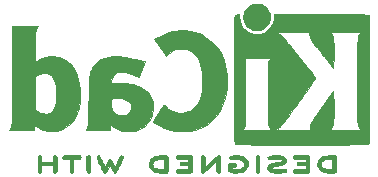
<source format=gbo>
%TF.GenerationSoftware,KiCad,Pcbnew,(6.0.7)*%
%TF.CreationDate,2022-10-18T19:39:03+02:00*%
%TF.ProjectId,15_button_controller,31355f62-7574-4746-9f6e-5f636f6e7472,rev?*%
%TF.SameCoordinates,Original*%
%TF.FileFunction,Legend,Bot*%
%TF.FilePolarity,Positive*%
%FSLAX46Y46*%
G04 Gerber Fmt 4.6, Leading zero omitted, Abs format (unit mm)*
G04 Created by KiCad (PCBNEW (6.0.7)) date 2022-10-18 19:39:03*
%MOMM*%
%LPD*%
G01*
G04 APERTURE LIST*
%ADD10C,0.010000*%
G04 APERTURE END LIST*
%TO.C,REF\u002A\u002A*%
G36*
X82003256Y-77802023D02*
G01*
X82039337Y-77839210D01*
X82080722Y-77901651D01*
X82130608Y-77993429D01*
X82192192Y-78118630D01*
X82268671Y-78281339D01*
X82298069Y-78344386D01*
X82357832Y-78471316D01*
X82410255Y-78581016D01*
X82452431Y-78667493D01*
X82481454Y-78724754D01*
X82494417Y-78746806D01*
X82497147Y-78745639D01*
X82517220Y-78717620D01*
X82551956Y-78658280D01*
X82597352Y-78574675D01*
X82649400Y-78473858D01*
X82681488Y-78410600D01*
X82739646Y-78299398D01*
X82784824Y-78221016D01*
X82821418Y-78169834D01*
X82853824Y-78140232D01*
X82886438Y-78126592D01*
X82923656Y-78123294D01*
X82944755Y-78124249D01*
X82977131Y-78132701D01*
X83007896Y-78154525D01*
X83041240Y-78195252D01*
X83081356Y-78260411D01*
X83132435Y-78355535D01*
X83198669Y-78486152D01*
X83218221Y-78524834D01*
X83267355Y-78618588D01*
X83308007Y-78691236D01*
X83336398Y-78736213D01*
X83348751Y-78746955D01*
X83351498Y-78740384D01*
X83370330Y-78698378D01*
X83404203Y-78624171D01*
X83450240Y-78524023D01*
X83505568Y-78404195D01*
X83567313Y-78270946D01*
X83620981Y-78155994D01*
X83680492Y-78031463D01*
X83726840Y-77939575D01*
X83762958Y-77875207D01*
X83791780Y-77833234D01*
X83816241Y-77808530D01*
X83839276Y-77795972D01*
X83858179Y-77790161D01*
X83908614Y-77789863D01*
X83963141Y-77820685D01*
X83965754Y-77822663D01*
X84010119Y-77868137D01*
X84032315Y-77912785D01*
X84032408Y-77914070D01*
X84023285Y-77949552D01*
X83997442Y-78018992D01*
X83957748Y-78116114D01*
X83907074Y-78234640D01*
X83848290Y-78368293D01*
X83784266Y-78510797D01*
X83717873Y-78655875D01*
X83651981Y-78797249D01*
X83589460Y-78928643D01*
X83533181Y-79043779D01*
X83486014Y-79136381D01*
X83450829Y-79200172D01*
X83430496Y-79228875D01*
X83361374Y-79255732D01*
X83277607Y-79242952D01*
X83266830Y-79233516D01*
X83235031Y-79189016D01*
X83190429Y-79115167D01*
X83137359Y-79019306D01*
X83080157Y-78908772D01*
X82919898Y-78588863D01*
X82772870Y-78883356D01*
X82753392Y-78922109D01*
X82699194Y-79027272D01*
X82650922Y-79117251D01*
X82613226Y-79183515D01*
X82590754Y-79217535D01*
X82588452Y-79220033D01*
X82531960Y-79250743D01*
X82461522Y-79254125D01*
X82399163Y-79228875D01*
X82394289Y-79223151D01*
X82369659Y-79181716D01*
X82330009Y-79106279D01*
X82277968Y-79002160D01*
X82216169Y-78874680D01*
X82147241Y-78729158D01*
X82073816Y-78570916D01*
X82033154Y-78482275D01*
X81959280Y-78320099D01*
X81902113Y-78192174D01*
X81859876Y-78093868D01*
X81830792Y-78020551D01*
X81813085Y-77967591D01*
X81804978Y-77930360D01*
X81804693Y-77904224D01*
X81810455Y-77884555D01*
X81839900Y-77842604D01*
X81893342Y-77801820D01*
X81894861Y-77801132D01*
X81934215Y-77787068D01*
X81969281Y-77786004D01*
X82003256Y-77802023D01*
G37*
D10*
X82003256Y-77802023D02*
X82039337Y-77839210D01*
X82080722Y-77901651D01*
X82130608Y-77993429D01*
X82192192Y-78118630D01*
X82268671Y-78281339D01*
X82298069Y-78344386D01*
X82357832Y-78471316D01*
X82410255Y-78581016D01*
X82452431Y-78667493D01*
X82481454Y-78724754D01*
X82494417Y-78746806D01*
X82497147Y-78745639D01*
X82517220Y-78717620D01*
X82551956Y-78658280D01*
X82597352Y-78574675D01*
X82649400Y-78473858D01*
X82681488Y-78410600D01*
X82739646Y-78299398D01*
X82784824Y-78221016D01*
X82821418Y-78169834D01*
X82853824Y-78140232D01*
X82886438Y-78126592D01*
X82923656Y-78123294D01*
X82944755Y-78124249D01*
X82977131Y-78132701D01*
X83007896Y-78154525D01*
X83041240Y-78195252D01*
X83081356Y-78260411D01*
X83132435Y-78355535D01*
X83198669Y-78486152D01*
X83218221Y-78524834D01*
X83267355Y-78618588D01*
X83308007Y-78691236D01*
X83336398Y-78736213D01*
X83348751Y-78746955D01*
X83351498Y-78740384D01*
X83370330Y-78698378D01*
X83404203Y-78624171D01*
X83450240Y-78524023D01*
X83505568Y-78404195D01*
X83567313Y-78270946D01*
X83620981Y-78155994D01*
X83680492Y-78031463D01*
X83726840Y-77939575D01*
X83762958Y-77875207D01*
X83791780Y-77833234D01*
X83816241Y-77808530D01*
X83839276Y-77795972D01*
X83858179Y-77790161D01*
X83908614Y-77789863D01*
X83963141Y-77820685D01*
X83965754Y-77822663D01*
X84010119Y-77868137D01*
X84032315Y-77912785D01*
X84032408Y-77914070D01*
X84023285Y-77949552D01*
X83997442Y-78018992D01*
X83957748Y-78116114D01*
X83907074Y-78234640D01*
X83848290Y-78368293D01*
X83784266Y-78510797D01*
X83717873Y-78655875D01*
X83651981Y-78797249D01*
X83589460Y-78928643D01*
X83533181Y-79043779D01*
X83486014Y-79136381D01*
X83450829Y-79200172D01*
X83430496Y-79228875D01*
X83361374Y-79255732D01*
X83277607Y-79242952D01*
X83266830Y-79233516D01*
X83235031Y-79189016D01*
X83190429Y-79115167D01*
X83137359Y-79019306D01*
X83080157Y-78908772D01*
X82919898Y-78588863D01*
X82772870Y-78883356D01*
X82753392Y-78922109D01*
X82699194Y-79027272D01*
X82650922Y-79117251D01*
X82613226Y-79183515D01*
X82590754Y-79217535D01*
X82588452Y-79220033D01*
X82531960Y-79250743D01*
X82461522Y-79254125D01*
X82399163Y-79228875D01*
X82394289Y-79223151D01*
X82369659Y-79181716D01*
X82330009Y-79106279D01*
X82277968Y-79002160D01*
X82216169Y-78874680D01*
X82147241Y-78729158D01*
X82073816Y-78570916D01*
X82033154Y-78482275D01*
X81959280Y-78320099D01*
X81902113Y-78192174D01*
X81859876Y-78093868D01*
X81830792Y-78020551D01*
X81813085Y-77967591D01*
X81804978Y-77930360D01*
X81804693Y-77904224D01*
X81810455Y-77884555D01*
X81839900Y-77842604D01*
X81893342Y-77801820D01*
X81894861Y-77801132D01*
X81934215Y-77787068D01*
X81969281Y-77786004D01*
X82003256Y-77802023D01*
G36*
X104892735Y-75911348D02*
G01*
X104889245Y-76093789D01*
X104885005Y-76249135D01*
X104879945Y-76379644D01*
X104873994Y-76487574D01*
X104867080Y-76575185D01*
X104859133Y-76644733D01*
X104850080Y-76698479D01*
X104839852Y-76738679D01*
X104828377Y-76767594D01*
X104815584Y-76787480D01*
X104801402Y-76800597D01*
X104785760Y-76809203D01*
X104768587Y-76815557D01*
X104749812Y-76821916D01*
X104729363Y-76830540D01*
X104717857Y-76834862D01*
X104696752Y-76839581D01*
X104665391Y-76843905D01*
X104621558Y-76847851D01*
X104563034Y-76851436D01*
X104487600Y-76854678D01*
X104393037Y-76857594D01*
X104277127Y-76860201D01*
X104137652Y-76862516D01*
X103972394Y-76864557D01*
X103779133Y-76866341D01*
X103555652Y-76867886D01*
X103299732Y-76869209D01*
X103009154Y-76870327D01*
X102681700Y-76871258D01*
X102315151Y-76872018D01*
X101907290Y-76872626D01*
X101455897Y-76873098D01*
X100958755Y-76873453D01*
X100413644Y-76873706D01*
X99818347Y-76873876D01*
X99170644Y-76873980D01*
X98965389Y-76874000D01*
X98331743Y-76874013D01*
X97749856Y-76873934D01*
X97217535Y-76873745D01*
X96732588Y-76873432D01*
X96292822Y-76872979D01*
X95896047Y-76872369D01*
X95540068Y-76871587D01*
X95222694Y-76870617D01*
X94941734Y-76869443D01*
X94694993Y-76868049D01*
X94480281Y-76866419D01*
X94295406Y-76864537D01*
X94138174Y-76862387D01*
X94006394Y-76859954D01*
X93897873Y-76857221D01*
X93810420Y-76854173D01*
X93741842Y-76850793D01*
X93689946Y-76847066D01*
X93652541Y-76842976D01*
X93627434Y-76838506D01*
X93612434Y-76833642D01*
X93607661Y-76831477D01*
X93588123Y-76824366D01*
X93570206Y-76819173D01*
X93553837Y-76813636D01*
X93538943Y-76805493D01*
X93525453Y-76792484D01*
X93513293Y-76772346D01*
X93502390Y-76742818D01*
X93492673Y-76701638D01*
X93484068Y-76646544D01*
X93476502Y-76575275D01*
X93469904Y-76485569D01*
X93464200Y-76375164D01*
X93459318Y-76241800D01*
X93455185Y-76083213D01*
X93451729Y-75897143D01*
X93448876Y-75681328D01*
X93447940Y-75581391D01*
X94168153Y-75581391D01*
X94168943Y-75590961D01*
X94183430Y-75598717D01*
X94216162Y-75604849D01*
X94271685Y-75609546D01*
X94354548Y-75613000D01*
X94469298Y-75615400D01*
X94620482Y-75616935D01*
X94812647Y-75617797D01*
X95050341Y-75618174D01*
X95338111Y-75618258D01*
X96543548Y-75618258D01*
X96339742Y-75249548D01*
X96339742Y-69896430D01*
X96543548Y-69527720D01*
X94388871Y-69527720D01*
X94381081Y-72361322D01*
X94373291Y-75194925D01*
X94296908Y-75358055D01*
X94256637Y-75438910D01*
X94211036Y-75519907D01*
X94176599Y-75569721D01*
X94176513Y-75569817D01*
X94168153Y-75581391D01*
X93447940Y-75581391D01*
X93446555Y-75433506D01*
X93444693Y-75151415D01*
X93443216Y-74832795D01*
X93442053Y-74475382D01*
X93441131Y-74076917D01*
X93440376Y-73635136D01*
X93439717Y-73147778D01*
X93439081Y-72612582D01*
X93438395Y-72027287D01*
X93437587Y-71389629D01*
X93437482Y-71312433D01*
X93436581Y-70678817D01*
X93435719Y-70097298D01*
X93434960Y-69565614D01*
X93434368Y-69081502D01*
X93434007Y-68642700D01*
X93433940Y-68246946D01*
X93434232Y-67891975D01*
X93434947Y-67575527D01*
X93436147Y-67295337D01*
X93437897Y-67049144D01*
X93440260Y-66834684D01*
X93443302Y-66649696D01*
X93447084Y-66491916D01*
X93451671Y-66359082D01*
X93457127Y-66248930D01*
X93463516Y-66159199D01*
X93470901Y-66087626D01*
X93479346Y-66031947D01*
X93488915Y-65989901D01*
X93499672Y-65959225D01*
X93511681Y-65937655D01*
X93525005Y-65922930D01*
X93539708Y-65912787D01*
X93555855Y-65904962D01*
X93573508Y-65897194D01*
X93592731Y-65887219D01*
X93598356Y-65884040D01*
X93683470Y-65853273D01*
X93776645Y-65840628D01*
X93881678Y-65840632D01*
X93883428Y-66079606D01*
X93883872Y-66107106D01*
X93917256Y-66386643D01*
X94002284Y-66649661D01*
X94137773Y-66893376D01*
X94322543Y-67115001D01*
X94421696Y-67205393D01*
X94642469Y-67355217D01*
X94883353Y-67459697D01*
X95137333Y-67518776D01*
X95397393Y-67532399D01*
X95656517Y-67500510D01*
X95907690Y-67423052D01*
X96114166Y-67315462D01*
X97027998Y-67315462D01*
X97148171Y-67401921D01*
X97249805Y-67483180D01*
X97393016Y-67615720D01*
X97555452Y-67781830D01*
X97730963Y-67975180D01*
X97913398Y-68189441D01*
X97960379Y-68246738D01*
X98040366Y-68345010D01*
X98144921Y-68473939D01*
X98270579Y-68629221D01*
X98413877Y-68806554D01*
X98571350Y-69001633D01*
X98739536Y-69210157D01*
X98914969Y-69427821D01*
X98995435Y-69527720D01*
X99094187Y-69650323D01*
X99273726Y-69873359D01*
X99450121Y-70092627D01*
X99619909Y-70303822D01*
X99779626Y-70502643D01*
X99925808Y-70684784D01*
X100054992Y-70845945D01*
X100163713Y-70981820D01*
X100248508Y-71088108D01*
X100305913Y-71160504D01*
X100332464Y-71194706D01*
X100334655Y-71207559D01*
X100327366Y-71232004D01*
X100308477Y-71270463D01*
X100276103Y-71325662D01*
X100228357Y-71400331D01*
X100163355Y-71497196D01*
X100079212Y-71618986D01*
X99974041Y-71768430D01*
X99845957Y-71948254D01*
X99693075Y-72161187D01*
X99513508Y-72409957D01*
X99305372Y-72697292D01*
X99066782Y-73025920D01*
X98876675Y-73287504D01*
X98644740Y-73606397D01*
X98440722Y-73886446D01*
X98262251Y-74130760D01*
X98106952Y-74342446D01*
X97972454Y-74524614D01*
X97856383Y-74680370D01*
X97756367Y-74812823D01*
X97670034Y-74925081D01*
X97595011Y-75020251D01*
X97528925Y-75101443D01*
X97469404Y-75171764D01*
X97414076Y-75234322D01*
X97360566Y-75292225D01*
X97306504Y-75348582D01*
X97249516Y-75406500D01*
X97039505Y-75618258D01*
X98451236Y-75618315D01*
X99862968Y-75618372D01*
X99854097Y-75447274D01*
X99853667Y-75438677D01*
X99851983Y-75370277D01*
X99855175Y-75304742D01*
X99865378Y-75238480D01*
X99884728Y-75167903D01*
X99915359Y-75089420D01*
X99959407Y-74999441D01*
X100019007Y-74894378D01*
X100096295Y-74770640D01*
X100193405Y-74624637D01*
X100312473Y-74452780D01*
X100455635Y-74251478D01*
X100625025Y-74017143D01*
X100822779Y-73746183D01*
X101051033Y-73435010D01*
X101856732Y-72338123D01*
X101863830Y-73609932D01*
X101864459Y-73728566D01*
X101865569Y-74048112D01*
X101865064Y-74319907D01*
X101862352Y-74549095D01*
X101856837Y-74740820D01*
X101847926Y-74900225D01*
X101835025Y-75032453D01*
X101817540Y-75142648D01*
X101794877Y-75235953D01*
X101766441Y-75317512D01*
X101731640Y-75392469D01*
X101689878Y-75465968D01*
X101640561Y-75543150D01*
X101590987Y-75618258D01*
X104167361Y-75618258D01*
X104100811Y-75529494D01*
X104090389Y-75515452D01*
X104007064Y-75386750D01*
X103949624Y-75256647D01*
X103911905Y-75107568D01*
X103887745Y-74921941D01*
X103887082Y-74913849D01*
X103883576Y-74837283D01*
X103880410Y-74709535D01*
X103877599Y-74533527D01*
X103875156Y-74312177D01*
X103873094Y-74048404D01*
X103871429Y-73745127D01*
X103870172Y-73405265D01*
X103869338Y-73031738D01*
X103868941Y-72627464D01*
X103868994Y-72195362D01*
X103869512Y-71738353D01*
X103870508Y-71259354D01*
X103871562Y-70829691D01*
X103872690Y-70361994D01*
X103873801Y-69943543D01*
X103875033Y-69571409D01*
X103876527Y-69242658D01*
X103878422Y-68954359D01*
X103880857Y-68703581D01*
X103883971Y-68487393D01*
X103887904Y-68302861D01*
X103892796Y-68147055D01*
X103898786Y-68017043D01*
X103906013Y-67909894D01*
X103914616Y-67822675D01*
X103924736Y-67752455D01*
X103936511Y-67696303D01*
X103950081Y-67651286D01*
X103965586Y-67614474D01*
X103983164Y-67582933D01*
X104002955Y-67553734D01*
X104025099Y-67523944D01*
X104049735Y-67490631D01*
X104073564Y-67457248D01*
X104119620Y-67391243D01*
X104147208Y-67349602D01*
X104147874Y-67347858D01*
X104138241Y-67339983D01*
X104104248Y-67333413D01*
X104042111Y-67328045D01*
X103948048Y-67323780D01*
X103818276Y-67320517D01*
X103649014Y-67318154D01*
X103436477Y-67316591D01*
X103176885Y-67315728D01*
X102866453Y-67315462D01*
X101565102Y-67315462D01*
X101633687Y-67396972D01*
X101673437Y-67452954D01*
X101739602Y-67584950D01*
X101797584Y-67749117D01*
X101841838Y-67931220D01*
X101844659Y-67948508D01*
X101853051Y-68039644D01*
X101859407Y-68180493D01*
X101863742Y-68372030D01*
X101866074Y-68615230D01*
X101866420Y-68911069D01*
X101864796Y-69260522D01*
X101856732Y-70427195D01*
X101023721Y-69373783D01*
X100999862Y-69343609D01*
X100788618Y-69076185D01*
X100608273Y-68847160D01*
X100455955Y-68652642D01*
X100328796Y-68488735D01*
X100223923Y-68351547D01*
X100138469Y-68237181D01*
X100069561Y-68141746D01*
X100014331Y-68061345D01*
X99969909Y-67992086D01*
X99933423Y-67930074D01*
X99902004Y-67871416D01*
X99872782Y-67812216D01*
X99827828Y-67707426D01*
X99798788Y-67596883D01*
X99791064Y-67477646D01*
X99791840Y-67315462D01*
X97027998Y-67315462D01*
X96114166Y-67315462D01*
X96143895Y-67299971D01*
X96358118Y-67131210D01*
X96417670Y-67071714D01*
X96593686Y-66851424D01*
X96718584Y-66612359D01*
X96793032Y-66352976D01*
X96817699Y-66071734D01*
X96817699Y-65840623D01*
X100738303Y-65840623D01*
X100983244Y-65840613D01*
X101509446Y-65840541D01*
X101984794Y-65840490D01*
X102411918Y-65840561D01*
X102793445Y-65840860D01*
X103132004Y-65841491D01*
X103430224Y-65842556D01*
X103690733Y-65844161D01*
X103916161Y-65846409D01*
X104109135Y-65849404D01*
X104272284Y-65853250D01*
X104408238Y-65858050D01*
X104519624Y-65863910D01*
X104609071Y-65870932D01*
X104679208Y-65879221D01*
X104732663Y-65888880D01*
X104772065Y-65900014D01*
X104800043Y-65912726D01*
X104819226Y-65927121D01*
X104832241Y-65943301D01*
X104841718Y-65961372D01*
X104850285Y-65981437D01*
X104860570Y-66003600D01*
X104860755Y-66003962D01*
X104865749Y-66018470D01*
X104870330Y-66042764D01*
X104874515Y-66079084D01*
X104878321Y-66129674D01*
X104881767Y-66196775D01*
X104884869Y-66282629D01*
X104887645Y-66389478D01*
X104890113Y-66519564D01*
X104892288Y-66675128D01*
X104894190Y-66858413D01*
X104895836Y-67071661D01*
X104897242Y-67317113D01*
X104898426Y-67597012D01*
X104899406Y-67913599D01*
X104900198Y-68269116D01*
X104900822Y-68665805D01*
X104901292Y-69105909D01*
X104901628Y-69591668D01*
X104901847Y-70125325D01*
X104901965Y-70709122D01*
X104902000Y-71345301D01*
X104902002Y-71470279D01*
X104902062Y-72099828D01*
X104902156Y-72677438D01*
X104902211Y-73205368D01*
X104902156Y-73685877D01*
X104901922Y-74121223D01*
X104901435Y-74513664D01*
X104900625Y-74865459D01*
X104899421Y-75178867D01*
X104897752Y-75456145D01*
X104896283Y-75618258D01*
X104895547Y-75699553D01*
X104892735Y-75911348D01*
G37*
X104892735Y-75911348D02*
X104889245Y-76093789D01*
X104885005Y-76249135D01*
X104879945Y-76379644D01*
X104873994Y-76487574D01*
X104867080Y-76575185D01*
X104859133Y-76644733D01*
X104850080Y-76698479D01*
X104839852Y-76738679D01*
X104828377Y-76767594D01*
X104815584Y-76787480D01*
X104801402Y-76800597D01*
X104785760Y-76809203D01*
X104768587Y-76815557D01*
X104749812Y-76821916D01*
X104729363Y-76830540D01*
X104717857Y-76834862D01*
X104696752Y-76839581D01*
X104665391Y-76843905D01*
X104621558Y-76847851D01*
X104563034Y-76851436D01*
X104487600Y-76854678D01*
X104393037Y-76857594D01*
X104277127Y-76860201D01*
X104137652Y-76862516D01*
X103972394Y-76864557D01*
X103779133Y-76866341D01*
X103555652Y-76867886D01*
X103299732Y-76869209D01*
X103009154Y-76870327D01*
X102681700Y-76871258D01*
X102315151Y-76872018D01*
X101907290Y-76872626D01*
X101455897Y-76873098D01*
X100958755Y-76873453D01*
X100413644Y-76873706D01*
X99818347Y-76873876D01*
X99170644Y-76873980D01*
X98965389Y-76874000D01*
X98331743Y-76874013D01*
X97749856Y-76873934D01*
X97217535Y-76873745D01*
X96732588Y-76873432D01*
X96292822Y-76872979D01*
X95896047Y-76872369D01*
X95540068Y-76871587D01*
X95222694Y-76870617D01*
X94941734Y-76869443D01*
X94694993Y-76868049D01*
X94480281Y-76866419D01*
X94295406Y-76864537D01*
X94138174Y-76862387D01*
X94006394Y-76859954D01*
X93897873Y-76857221D01*
X93810420Y-76854173D01*
X93741842Y-76850793D01*
X93689946Y-76847066D01*
X93652541Y-76842976D01*
X93627434Y-76838506D01*
X93612434Y-76833642D01*
X93607661Y-76831477D01*
X93588123Y-76824366D01*
X93570206Y-76819173D01*
X93553837Y-76813636D01*
X93538943Y-76805493D01*
X93525453Y-76792484D01*
X93513293Y-76772346D01*
X93502390Y-76742818D01*
X93492673Y-76701638D01*
X93484068Y-76646544D01*
X93476502Y-76575275D01*
X93469904Y-76485569D01*
X93464200Y-76375164D01*
X93459318Y-76241800D01*
X93455185Y-76083213D01*
X93451729Y-75897143D01*
X93448876Y-75681328D01*
X93447940Y-75581391D01*
X94168153Y-75581391D01*
X94168943Y-75590961D01*
X94183430Y-75598717D01*
X94216162Y-75604849D01*
X94271685Y-75609546D01*
X94354548Y-75613000D01*
X94469298Y-75615400D01*
X94620482Y-75616935D01*
X94812647Y-75617797D01*
X95050341Y-75618174D01*
X95338111Y-75618258D01*
X96543548Y-75618258D01*
X96339742Y-75249548D01*
X96339742Y-69896430D01*
X96543548Y-69527720D01*
X94388871Y-69527720D01*
X94381081Y-72361322D01*
X94373291Y-75194925D01*
X94296908Y-75358055D01*
X94256637Y-75438910D01*
X94211036Y-75519907D01*
X94176599Y-75569721D01*
X94176513Y-75569817D01*
X94168153Y-75581391D01*
X93447940Y-75581391D01*
X93446555Y-75433506D01*
X93444693Y-75151415D01*
X93443216Y-74832795D01*
X93442053Y-74475382D01*
X93441131Y-74076917D01*
X93440376Y-73635136D01*
X93439717Y-73147778D01*
X93439081Y-72612582D01*
X93438395Y-72027287D01*
X93437587Y-71389629D01*
X93437482Y-71312433D01*
X93436581Y-70678817D01*
X93435719Y-70097298D01*
X93434960Y-69565614D01*
X93434368Y-69081502D01*
X93434007Y-68642700D01*
X93433940Y-68246946D01*
X93434232Y-67891975D01*
X93434947Y-67575527D01*
X93436147Y-67295337D01*
X93437897Y-67049144D01*
X93440260Y-66834684D01*
X93443302Y-66649696D01*
X93447084Y-66491916D01*
X93451671Y-66359082D01*
X93457127Y-66248930D01*
X93463516Y-66159199D01*
X93470901Y-66087626D01*
X93479346Y-66031947D01*
X93488915Y-65989901D01*
X93499672Y-65959225D01*
X93511681Y-65937655D01*
X93525005Y-65922930D01*
X93539708Y-65912787D01*
X93555855Y-65904962D01*
X93573508Y-65897194D01*
X93592731Y-65887219D01*
X93598356Y-65884040D01*
X93683470Y-65853273D01*
X93776645Y-65840628D01*
X93881678Y-65840632D01*
X93883428Y-66079606D01*
X93883872Y-66107106D01*
X93917256Y-66386643D01*
X94002284Y-66649661D01*
X94137773Y-66893376D01*
X94322543Y-67115001D01*
X94421696Y-67205393D01*
X94642469Y-67355217D01*
X94883353Y-67459697D01*
X95137333Y-67518776D01*
X95397393Y-67532399D01*
X95656517Y-67500510D01*
X95907690Y-67423052D01*
X96114166Y-67315462D01*
X97027998Y-67315462D01*
X97148171Y-67401921D01*
X97249805Y-67483180D01*
X97393016Y-67615720D01*
X97555452Y-67781830D01*
X97730963Y-67975180D01*
X97913398Y-68189441D01*
X97960379Y-68246738D01*
X98040366Y-68345010D01*
X98144921Y-68473939D01*
X98270579Y-68629221D01*
X98413877Y-68806554D01*
X98571350Y-69001633D01*
X98739536Y-69210157D01*
X98914969Y-69427821D01*
X98995435Y-69527720D01*
X99094187Y-69650323D01*
X99273726Y-69873359D01*
X99450121Y-70092627D01*
X99619909Y-70303822D01*
X99779626Y-70502643D01*
X99925808Y-70684784D01*
X100054992Y-70845945D01*
X100163713Y-70981820D01*
X100248508Y-71088108D01*
X100305913Y-71160504D01*
X100332464Y-71194706D01*
X100334655Y-71207559D01*
X100327366Y-71232004D01*
X100308477Y-71270463D01*
X100276103Y-71325662D01*
X100228357Y-71400331D01*
X100163355Y-71497196D01*
X100079212Y-71618986D01*
X99974041Y-71768430D01*
X99845957Y-71948254D01*
X99693075Y-72161187D01*
X99513508Y-72409957D01*
X99305372Y-72697292D01*
X99066782Y-73025920D01*
X98876675Y-73287504D01*
X98644740Y-73606397D01*
X98440722Y-73886446D01*
X98262251Y-74130760D01*
X98106952Y-74342446D01*
X97972454Y-74524614D01*
X97856383Y-74680370D01*
X97756367Y-74812823D01*
X97670034Y-74925081D01*
X97595011Y-75020251D01*
X97528925Y-75101443D01*
X97469404Y-75171764D01*
X97414076Y-75234322D01*
X97360566Y-75292225D01*
X97306504Y-75348582D01*
X97249516Y-75406500D01*
X97039505Y-75618258D01*
X98451236Y-75618315D01*
X99862968Y-75618372D01*
X99854097Y-75447274D01*
X99853667Y-75438677D01*
X99851983Y-75370277D01*
X99855175Y-75304742D01*
X99865378Y-75238480D01*
X99884728Y-75167903D01*
X99915359Y-75089420D01*
X99959407Y-74999441D01*
X100019007Y-74894378D01*
X100096295Y-74770640D01*
X100193405Y-74624637D01*
X100312473Y-74452780D01*
X100455635Y-74251478D01*
X100625025Y-74017143D01*
X100822779Y-73746183D01*
X101051033Y-73435010D01*
X101856732Y-72338123D01*
X101863830Y-73609932D01*
X101864459Y-73728566D01*
X101865569Y-74048112D01*
X101865064Y-74319907D01*
X101862352Y-74549095D01*
X101856837Y-74740820D01*
X101847926Y-74900225D01*
X101835025Y-75032453D01*
X101817540Y-75142648D01*
X101794877Y-75235953D01*
X101766441Y-75317512D01*
X101731640Y-75392469D01*
X101689878Y-75465968D01*
X101640561Y-75543150D01*
X101590987Y-75618258D01*
X104167361Y-75618258D01*
X104100811Y-75529494D01*
X104090389Y-75515452D01*
X104007064Y-75386750D01*
X103949624Y-75256647D01*
X103911905Y-75107568D01*
X103887745Y-74921941D01*
X103887082Y-74913849D01*
X103883576Y-74837283D01*
X103880410Y-74709535D01*
X103877599Y-74533527D01*
X103875156Y-74312177D01*
X103873094Y-74048404D01*
X103871429Y-73745127D01*
X103870172Y-73405265D01*
X103869338Y-73031738D01*
X103868941Y-72627464D01*
X103868994Y-72195362D01*
X103869512Y-71738353D01*
X103870508Y-71259354D01*
X103871562Y-70829691D01*
X103872690Y-70361994D01*
X103873801Y-69943543D01*
X103875033Y-69571409D01*
X103876527Y-69242658D01*
X103878422Y-68954359D01*
X103880857Y-68703581D01*
X103883971Y-68487393D01*
X103887904Y-68302861D01*
X103892796Y-68147055D01*
X103898786Y-68017043D01*
X103906013Y-67909894D01*
X103914616Y-67822675D01*
X103924736Y-67752455D01*
X103936511Y-67696303D01*
X103950081Y-67651286D01*
X103965586Y-67614474D01*
X103983164Y-67582933D01*
X104002955Y-67553734D01*
X104025099Y-67523944D01*
X104049735Y-67490631D01*
X104073564Y-67457248D01*
X104119620Y-67391243D01*
X104147208Y-67349602D01*
X104147874Y-67347858D01*
X104138241Y-67339983D01*
X104104248Y-67333413D01*
X104042111Y-67328045D01*
X103948048Y-67323780D01*
X103818276Y-67320517D01*
X103649014Y-67318154D01*
X103436477Y-67316591D01*
X103176885Y-67315728D01*
X102866453Y-67315462D01*
X101565102Y-67315462D01*
X101633687Y-67396972D01*
X101673437Y-67452954D01*
X101739602Y-67584950D01*
X101797584Y-67749117D01*
X101841838Y-67931220D01*
X101844659Y-67948508D01*
X101853051Y-68039644D01*
X101859407Y-68180493D01*
X101863742Y-68372030D01*
X101866074Y-68615230D01*
X101866420Y-68911069D01*
X101864796Y-69260522D01*
X101856732Y-70427195D01*
X101023721Y-69373783D01*
X100999862Y-69343609D01*
X100788618Y-69076185D01*
X100608273Y-68847160D01*
X100455955Y-68652642D01*
X100328796Y-68488735D01*
X100223923Y-68351547D01*
X100138469Y-68237181D01*
X100069561Y-68141746D01*
X100014331Y-68061345D01*
X99969909Y-67992086D01*
X99933423Y-67930074D01*
X99902004Y-67871416D01*
X99872782Y-67812216D01*
X99827828Y-67707426D01*
X99798788Y-67596883D01*
X99791064Y-67477646D01*
X99791840Y-67315462D01*
X97027998Y-67315462D01*
X96114166Y-67315462D01*
X96143895Y-67299971D01*
X96358118Y-67131210D01*
X96417670Y-67071714D01*
X96593686Y-66851424D01*
X96718584Y-66612359D01*
X96793032Y-66352976D01*
X96817699Y-66071734D01*
X96817699Y-65840623D01*
X100738303Y-65840623D01*
X100983244Y-65840613D01*
X101509446Y-65840541D01*
X101984794Y-65840490D01*
X102411918Y-65840561D01*
X102793445Y-65840860D01*
X103132004Y-65841491D01*
X103430224Y-65842556D01*
X103690733Y-65844161D01*
X103916161Y-65846409D01*
X104109135Y-65849404D01*
X104272284Y-65853250D01*
X104408238Y-65858050D01*
X104519624Y-65863910D01*
X104609071Y-65870932D01*
X104679208Y-65879221D01*
X104732663Y-65888880D01*
X104772065Y-65900014D01*
X104800043Y-65912726D01*
X104819226Y-65927121D01*
X104832241Y-65943301D01*
X104841718Y-65961372D01*
X104850285Y-65981437D01*
X104860570Y-66003600D01*
X104860755Y-66003962D01*
X104865749Y-66018470D01*
X104870330Y-66042764D01*
X104874515Y-66079084D01*
X104878321Y-66129674D01*
X104881767Y-66196775D01*
X104884869Y-66282629D01*
X104887645Y-66389478D01*
X104890113Y-66519564D01*
X104892288Y-66675128D01*
X104894190Y-66858413D01*
X104895836Y-67071661D01*
X104897242Y-67317113D01*
X104898426Y-67597012D01*
X104899406Y-67913599D01*
X104900198Y-68269116D01*
X104900822Y-68665805D01*
X104901292Y-69105909D01*
X104901628Y-69591668D01*
X104901847Y-70125325D01*
X104901965Y-70709122D01*
X104902000Y-71345301D01*
X104902002Y-71470279D01*
X104902062Y-72099828D01*
X104902156Y-72677438D01*
X104902211Y-73205368D01*
X104902156Y-73685877D01*
X104901922Y-74121223D01*
X104901435Y-74513664D01*
X104900625Y-74865459D01*
X104899421Y-75178867D01*
X104897752Y-75456145D01*
X104896283Y-75618258D01*
X104895547Y-75699553D01*
X104892735Y-75911348D01*
G36*
X78367158Y-77828473D02*
G01*
X78378473Y-77840909D01*
X78388700Y-77857393D01*
X78396909Y-77881052D01*
X78403293Y-77916126D01*
X78408047Y-77966859D01*
X78411363Y-78037493D01*
X78413435Y-78132271D01*
X78414456Y-78255435D01*
X78414619Y-78411228D01*
X78414118Y-78603892D01*
X78413146Y-78837669D01*
X78413009Y-78866146D01*
X78411831Y-78990222D01*
X78409175Y-79077978D01*
X78404061Y-79137001D01*
X78395512Y-79174877D01*
X78382552Y-79199193D01*
X78364201Y-79217535D01*
X78296988Y-79252525D01*
X78226779Y-79246696D01*
X78164697Y-79197468D01*
X78146598Y-79170944D01*
X78131629Y-79133708D01*
X78122854Y-79081418D01*
X78118726Y-79003982D01*
X78117694Y-78891307D01*
X78117694Y-78644902D01*
X77119837Y-78644902D01*
X77119837Y-78915758D01*
X77119690Y-78987660D01*
X77118158Y-79080733D01*
X77113786Y-79142075D01*
X77105154Y-79180305D01*
X77090843Y-79204046D01*
X77069434Y-79221919D01*
X77004643Y-79252193D01*
X76933755Y-79246835D01*
X76872019Y-79197468D01*
X76862666Y-79184903D01*
X76850742Y-79163760D01*
X76841639Y-79135777D01*
X76834978Y-79095449D01*
X76830380Y-79037276D01*
X76827463Y-78955755D01*
X76825850Y-78845383D01*
X76825161Y-78700659D01*
X76825015Y-78516080D01*
X76825015Y-77894447D01*
X76880681Y-77838781D01*
X76943718Y-77794097D01*
X77010473Y-77788694D01*
X77074480Y-77828473D01*
X77091125Y-77848101D01*
X77106015Y-77880027D01*
X77114729Y-77928176D01*
X77118819Y-78002251D01*
X77119837Y-78111955D01*
X77119837Y-78350080D01*
X78117694Y-78350080D01*
X78117694Y-78122264D01*
X78117695Y-78118022D01*
X78118574Y-78014166D01*
X78122519Y-77944808D01*
X78131591Y-77899455D01*
X78147851Y-77867610D01*
X78173360Y-77838781D01*
X78236397Y-77794097D01*
X78303151Y-77788694D01*
X78367158Y-77828473D01*
G37*
X78367158Y-77828473D02*
X78378473Y-77840909D01*
X78388700Y-77857393D01*
X78396909Y-77881052D01*
X78403293Y-77916126D01*
X78408047Y-77966859D01*
X78411363Y-78037493D01*
X78413435Y-78132271D01*
X78414456Y-78255435D01*
X78414619Y-78411228D01*
X78414118Y-78603892D01*
X78413146Y-78837669D01*
X78413009Y-78866146D01*
X78411831Y-78990222D01*
X78409175Y-79077978D01*
X78404061Y-79137001D01*
X78395512Y-79174877D01*
X78382552Y-79199193D01*
X78364201Y-79217535D01*
X78296988Y-79252525D01*
X78226779Y-79246696D01*
X78164697Y-79197468D01*
X78146598Y-79170944D01*
X78131629Y-79133708D01*
X78122854Y-79081418D01*
X78118726Y-79003982D01*
X78117694Y-78891307D01*
X78117694Y-78644902D01*
X77119837Y-78644902D01*
X77119837Y-78915758D01*
X77119690Y-78987660D01*
X77118158Y-79080733D01*
X77113786Y-79142075D01*
X77105154Y-79180305D01*
X77090843Y-79204046D01*
X77069434Y-79221919D01*
X77004643Y-79252193D01*
X76933755Y-79246835D01*
X76872019Y-79197468D01*
X76862666Y-79184903D01*
X76850742Y-79163760D01*
X76841639Y-79135777D01*
X76834978Y-79095449D01*
X76830380Y-79037276D01*
X76827463Y-78955755D01*
X76825850Y-78845383D01*
X76825161Y-78700659D01*
X76825015Y-78516080D01*
X76825015Y-77894447D01*
X76880681Y-77838781D01*
X76943718Y-77794097D01*
X77010473Y-77788694D01*
X77074480Y-77828473D01*
X77091125Y-77848101D01*
X77106015Y-77880027D01*
X77114729Y-77928176D01*
X77118819Y-78002251D01*
X77119837Y-78111955D01*
X77119837Y-78350080D01*
X78117694Y-78350080D01*
X78117694Y-78122264D01*
X78117695Y-78118022D01*
X78118574Y-78014166D01*
X78122519Y-77944808D01*
X78131591Y-77899455D01*
X78147851Y-77867610D01*
X78173360Y-77838781D01*
X78236397Y-77794097D01*
X78303151Y-77788694D01*
X78367158Y-77828473D01*
G36*
X92132658Y-77780755D02*
G01*
X92155575Y-77793085D01*
X92176766Y-77814503D01*
X92199441Y-77842871D01*
X92208386Y-77854846D01*
X92220437Y-77875930D01*
X92229637Y-77903704D01*
X92236369Y-77943691D01*
X92241019Y-78001416D01*
X92243967Y-78082403D01*
X92245599Y-78192175D01*
X92246297Y-78336256D01*
X92246444Y-78520169D01*
X92246398Y-78637752D01*
X92245959Y-78796634D01*
X92244736Y-78919062D01*
X92242344Y-79010563D01*
X92238400Y-79076658D01*
X92232521Y-79122872D01*
X92224324Y-79154729D01*
X92213425Y-79177753D01*
X92199441Y-79197468D01*
X92138312Y-79246472D01*
X92068114Y-79252257D01*
X91993823Y-79213906D01*
X91985417Y-79206924D01*
X91968992Y-79189793D01*
X91956817Y-79166588D01*
X91948013Y-79130764D01*
X91941701Y-79075775D01*
X91937005Y-78995077D01*
X91933045Y-78882124D01*
X91928944Y-78730370D01*
X91917605Y-78290152D01*
X91384658Y-78773582D01*
X91236331Y-78907731D01*
X91105390Y-79024482D01*
X91000535Y-79114799D01*
X90918020Y-79180937D01*
X90854098Y-79225149D01*
X90805023Y-79249688D01*
X90767050Y-79256811D01*
X90736433Y-79248769D01*
X90709424Y-79227818D01*
X90682280Y-79196211D01*
X90669733Y-79179168D01*
X90658420Y-79157919D01*
X90649960Y-79129476D01*
X90644030Y-79088389D01*
X90640303Y-79029205D01*
X90638457Y-78946474D01*
X90638165Y-78834744D01*
X90639103Y-78688564D01*
X90640946Y-78502482D01*
X90647605Y-77869765D01*
X90701144Y-77826440D01*
X90753507Y-77793913D01*
X90819517Y-77788346D01*
X90888887Y-77826421D01*
X90897549Y-77833622D01*
X90913886Y-77850758D01*
X90925998Y-77874045D01*
X90934759Y-77910016D01*
X90941042Y-77965203D01*
X90945722Y-78046140D01*
X90949671Y-78159357D01*
X90953765Y-78311388D01*
X90965105Y-78753050D01*
X91327962Y-78423999D01*
X91502212Y-78266030D01*
X91654432Y-78128633D01*
X91779260Y-78017440D01*
X91879903Y-77930312D01*
X91959572Y-77865108D01*
X92021473Y-77819690D01*
X92068815Y-77791918D01*
X92104808Y-77779653D01*
X92132658Y-77780755D01*
G37*
X92132658Y-77780755D02*
X92155575Y-77793085D01*
X92176766Y-77814503D01*
X92199441Y-77842871D01*
X92208386Y-77854846D01*
X92220437Y-77875930D01*
X92229637Y-77903704D01*
X92236369Y-77943691D01*
X92241019Y-78001416D01*
X92243967Y-78082403D01*
X92245599Y-78192175D01*
X92246297Y-78336256D01*
X92246444Y-78520169D01*
X92246398Y-78637752D01*
X92245959Y-78796634D01*
X92244736Y-78919062D01*
X92242344Y-79010563D01*
X92238400Y-79076658D01*
X92232521Y-79122872D01*
X92224324Y-79154729D01*
X92213425Y-79177753D01*
X92199441Y-79197468D01*
X92138312Y-79246472D01*
X92068114Y-79252257D01*
X91993823Y-79213906D01*
X91985417Y-79206924D01*
X91968992Y-79189793D01*
X91956817Y-79166588D01*
X91948013Y-79130764D01*
X91941701Y-79075775D01*
X91937005Y-78995077D01*
X91933045Y-78882124D01*
X91928944Y-78730370D01*
X91917605Y-78290152D01*
X91384658Y-78773582D01*
X91236331Y-78907731D01*
X91105390Y-79024482D01*
X91000535Y-79114799D01*
X90918020Y-79180937D01*
X90854098Y-79225149D01*
X90805023Y-79249688D01*
X90767050Y-79256811D01*
X90736433Y-79248769D01*
X90709424Y-79227818D01*
X90682280Y-79196211D01*
X90669733Y-79179168D01*
X90658420Y-79157919D01*
X90649960Y-79129476D01*
X90644030Y-79088389D01*
X90640303Y-79029205D01*
X90638457Y-78946474D01*
X90638165Y-78834744D01*
X90639103Y-78688564D01*
X90640946Y-78502482D01*
X90647605Y-77869765D01*
X90701144Y-77826440D01*
X90753507Y-77793913D01*
X90819517Y-77788346D01*
X90888887Y-77826421D01*
X90897549Y-77833622D01*
X90913886Y-77850758D01*
X90925998Y-77874045D01*
X90934759Y-77910016D01*
X90941042Y-77965203D01*
X90945722Y-78046140D01*
X90949671Y-78159357D01*
X90953765Y-78311388D01*
X90965105Y-78753050D01*
X91327962Y-78423999D01*
X91502212Y-78266030D01*
X91654432Y-78128633D01*
X91779260Y-78017440D01*
X91879903Y-77930312D01*
X91959572Y-77865108D01*
X92021473Y-77819690D01*
X92068815Y-77791918D01*
X92104808Y-77779653D01*
X92132658Y-77780755D01*
G36*
X102066765Y-78317440D02*
G01*
X102066265Y-78520169D01*
X102066186Y-78672167D01*
X102065674Y-78828682D01*
X102064380Y-78949237D01*
X102061961Y-79039092D01*
X102058071Y-79103503D01*
X102052365Y-79147728D01*
X102044500Y-79177025D01*
X102034129Y-79196652D01*
X102020908Y-79211866D01*
X102006912Y-79224389D01*
X101980800Y-79239055D01*
X101942333Y-79248604D01*
X101883262Y-79254104D01*
X101795340Y-79256621D01*
X101670317Y-79257223D01*
X101571987Y-79256469D01*
X101357314Y-79247572D01*
X101178062Y-79227307D01*
X101027798Y-79193983D01*
X100900088Y-79145909D01*
X100788499Y-79081394D01*
X100686597Y-78998750D01*
X100674567Y-78986992D01*
X100600504Y-78889542D01*
X100538027Y-78767382D01*
X100494870Y-78638322D01*
X100484261Y-78560489D01*
X100780010Y-78560489D01*
X100816737Y-78662814D01*
X100876343Y-78755058D01*
X100970154Y-78840256D01*
X101093480Y-78900127D01*
X101252480Y-78938569D01*
X101255473Y-78939048D01*
X101353852Y-78950683D01*
X101471764Y-78959001D01*
X101584346Y-78962230D01*
X101771444Y-78962402D01*
X101771444Y-78077937D01*
X101618364Y-78077908D01*
X101612281Y-78077927D01*
X101509585Y-78081873D01*
X101388843Y-78091366D01*
X101274919Y-78104481D01*
X101174557Y-78123156D01*
X101024386Y-78175927D01*
X100908854Y-78254876D01*
X100825482Y-78361419D01*
X100782858Y-78464409D01*
X100780010Y-78560489D01*
X100484261Y-78560489D01*
X100478765Y-78520169D01*
X100481335Y-78477547D01*
X100506069Y-78362203D01*
X100551328Y-78241846D01*
X100610049Y-78133265D01*
X100675171Y-78053248D01*
X100714429Y-78019050D01*
X100824341Y-77940325D01*
X100945486Y-77879797D01*
X101084496Y-77835680D01*
X101248006Y-77806185D01*
X101442649Y-77789528D01*
X101675060Y-77783920D01*
X101754377Y-77783114D01*
X101846207Y-77782284D01*
X101918128Y-77785909D01*
X101972551Y-77798529D01*
X102011890Y-77824686D01*
X102038558Y-77868920D01*
X102054966Y-77935771D01*
X102063529Y-78029782D01*
X102064728Y-78077937D01*
X102066657Y-78155491D01*
X102066765Y-78317440D01*
G37*
X102066765Y-78317440D02*
X102066265Y-78520169D01*
X102066186Y-78672167D01*
X102065674Y-78828682D01*
X102064380Y-78949237D01*
X102061961Y-79039092D01*
X102058071Y-79103503D01*
X102052365Y-79147728D01*
X102044500Y-79177025D01*
X102034129Y-79196652D01*
X102020908Y-79211866D01*
X102006912Y-79224389D01*
X101980800Y-79239055D01*
X101942333Y-79248604D01*
X101883262Y-79254104D01*
X101795340Y-79256621D01*
X101670317Y-79257223D01*
X101571987Y-79256469D01*
X101357314Y-79247572D01*
X101178062Y-79227307D01*
X101027798Y-79193983D01*
X100900088Y-79145909D01*
X100788499Y-79081394D01*
X100686597Y-78998750D01*
X100674567Y-78986992D01*
X100600504Y-78889542D01*
X100538027Y-78767382D01*
X100494870Y-78638322D01*
X100484261Y-78560489D01*
X100780010Y-78560489D01*
X100816737Y-78662814D01*
X100876343Y-78755058D01*
X100970154Y-78840256D01*
X101093480Y-78900127D01*
X101252480Y-78938569D01*
X101255473Y-78939048D01*
X101353852Y-78950683D01*
X101471764Y-78959001D01*
X101584346Y-78962230D01*
X101771444Y-78962402D01*
X101771444Y-78077937D01*
X101618364Y-78077908D01*
X101612281Y-78077927D01*
X101509585Y-78081873D01*
X101388843Y-78091366D01*
X101274919Y-78104481D01*
X101174557Y-78123156D01*
X101024386Y-78175927D01*
X100908854Y-78254876D01*
X100825482Y-78361419D01*
X100782858Y-78464409D01*
X100780010Y-78560489D01*
X100484261Y-78560489D01*
X100478765Y-78520169D01*
X100481335Y-78477547D01*
X100506069Y-78362203D01*
X100551328Y-78241846D01*
X100610049Y-78133265D01*
X100675171Y-78053248D01*
X100714429Y-78019050D01*
X100824341Y-77940325D01*
X100945486Y-77879797D01*
X101084496Y-77835680D01*
X101248006Y-77806185D01*
X101442649Y-77789528D01*
X101675060Y-77783920D01*
X101754377Y-77783114D01*
X101846207Y-77782284D01*
X101918128Y-77785909D01*
X101972551Y-77798529D01*
X102011890Y-77824686D01*
X102038558Y-77868920D01*
X102054966Y-77935771D01*
X102063529Y-78029782D01*
X102064728Y-78077937D01*
X102066657Y-78155491D01*
X102066765Y-78317440D01*
G36*
X80393782Y-73145791D02*
G01*
X80377211Y-73368690D01*
X80348582Y-73573867D01*
X80306611Y-73773445D01*
X80250016Y-73979548D01*
X80164194Y-74225904D01*
X80006570Y-74558472D01*
X79813222Y-74856351D01*
X79587108Y-75116726D01*
X79331186Y-75336780D01*
X79048413Y-75513700D01*
X78741747Y-75644669D01*
X78414147Y-75726873D01*
X78410205Y-75727532D01*
X78170789Y-75750569D01*
X77907734Y-75747494D01*
X77639793Y-75720204D01*
X77385726Y-75670595D01*
X77164287Y-75600561D01*
X77069769Y-75557943D01*
X76946669Y-75493167D01*
X76820175Y-75419080D01*
X76703487Y-75343837D01*
X76609803Y-75275591D01*
X76552323Y-75222498D01*
X76539128Y-75207922D01*
X76523397Y-75202827D01*
X76512883Y-75228122D01*
X76505135Y-75291873D01*
X76497699Y-75402142D01*
X76484044Y-75631914D01*
X75438024Y-75639068D01*
X74392004Y-75646221D01*
X74464381Y-75522720D01*
X74468695Y-75515418D01*
X74489742Y-75481141D01*
X74508835Y-75450604D01*
X74526077Y-75421156D01*
X74541572Y-75390143D01*
X74555421Y-75354912D01*
X74567728Y-75312811D01*
X74578595Y-75261187D01*
X74588125Y-75197386D01*
X74596420Y-75118756D01*
X74603584Y-75022644D01*
X74609720Y-74906398D01*
X74614929Y-74767363D01*
X74619315Y-74602887D01*
X74622980Y-74410318D01*
X74626028Y-74187002D01*
X74628486Y-73937805D01*
X76620603Y-73937805D01*
X76757162Y-74027376D01*
X76809677Y-74059643D01*
X76929925Y-74124102D01*
X77043936Y-74175433D01*
X77093866Y-74192813D01*
X77252739Y-74227510D01*
X77453613Y-74245228D01*
X77555758Y-74248915D01*
X77650573Y-74248077D01*
X77721153Y-74238607D01*
X77784460Y-74217909D01*
X77857454Y-74183385D01*
X77997734Y-74090906D01*
X78119262Y-73960086D01*
X78216542Y-73791502D01*
X78290497Y-73582510D01*
X78342054Y-73330467D01*
X78372138Y-73032732D01*
X78381675Y-72686662D01*
X78381211Y-72607984D01*
X78367500Y-72243441D01*
X78334207Y-71926239D01*
X78280523Y-71653031D01*
X78205636Y-71420471D01*
X78108738Y-71225211D01*
X77989019Y-71063906D01*
X77939351Y-71014676D01*
X77785423Y-70912113D01*
X77604727Y-70849701D01*
X77405091Y-70827796D01*
X77194342Y-70846751D01*
X76980308Y-70906923D01*
X76770818Y-71008665D01*
X76620603Y-71098706D01*
X76620603Y-73937805D01*
X74628486Y-73937805D01*
X74628560Y-73930286D01*
X74630680Y-73637519D01*
X74632491Y-73306045D01*
X74634094Y-72933214D01*
X74635594Y-72516371D01*
X74637092Y-72052864D01*
X74638692Y-71540041D01*
X74640495Y-70975247D01*
X74654151Y-66810193D01*
X75739796Y-66803052D01*
X75818746Y-66802571D01*
X76051033Y-66801618D01*
X76263494Y-66801424D01*
X76450331Y-66801951D01*
X76605743Y-66803158D01*
X76723931Y-66805006D01*
X76799097Y-66807455D01*
X76825441Y-66810466D01*
X76822071Y-66820008D01*
X76796929Y-66865245D01*
X76755287Y-66931031D01*
X76751133Y-66937321D01*
X76718846Y-66988115D01*
X76691775Y-67037536D01*
X76669461Y-67090674D01*
X76651445Y-67152620D01*
X76637267Y-67228465D01*
X76626469Y-67323299D01*
X76618591Y-67442212D01*
X76613175Y-67590296D01*
X76609762Y-67772641D01*
X76607892Y-67994337D01*
X76607106Y-68260476D01*
X76606947Y-68576147D01*
X76607233Y-68822607D01*
X76608109Y-69064574D01*
X76609512Y-69283973D01*
X76611379Y-69475462D01*
X76613645Y-69633698D01*
X76616247Y-69753339D01*
X76619121Y-69829041D01*
X76622204Y-69855462D01*
X76632147Y-69851361D01*
X76675856Y-69822484D01*
X76738279Y-69775058D01*
X76828776Y-69711280D01*
X76998805Y-69617307D01*
X77193143Y-69533482D01*
X77393648Y-69468295D01*
X77562108Y-69435055D01*
X77771916Y-69413866D01*
X77998986Y-69406525D01*
X78225795Y-69413041D01*
X78434822Y-69433422D01*
X78608541Y-69467678D01*
X78785426Y-69525382D01*
X79080513Y-69665268D01*
X79353741Y-69851237D01*
X79600070Y-70079007D01*
X79814460Y-70344296D01*
X79991869Y-70642822D01*
X80035913Y-70734363D01*
X80159339Y-71043137D01*
X80255836Y-71378257D01*
X80326622Y-71745628D01*
X80372918Y-72151158D01*
X80395942Y-72600756D01*
X80397011Y-72686662D01*
X80399577Y-72893045D01*
X80393782Y-73145791D01*
G37*
X80393782Y-73145791D02*
X80377211Y-73368690D01*
X80348582Y-73573867D01*
X80306611Y-73773445D01*
X80250016Y-73979548D01*
X80164194Y-74225904D01*
X80006570Y-74558472D01*
X79813222Y-74856351D01*
X79587108Y-75116726D01*
X79331186Y-75336780D01*
X79048413Y-75513700D01*
X78741747Y-75644669D01*
X78414147Y-75726873D01*
X78410205Y-75727532D01*
X78170789Y-75750569D01*
X77907734Y-75747494D01*
X77639793Y-75720204D01*
X77385726Y-75670595D01*
X77164287Y-75600561D01*
X77069769Y-75557943D01*
X76946669Y-75493167D01*
X76820175Y-75419080D01*
X76703487Y-75343837D01*
X76609803Y-75275591D01*
X76552323Y-75222498D01*
X76539128Y-75207922D01*
X76523397Y-75202827D01*
X76512883Y-75228122D01*
X76505135Y-75291873D01*
X76497699Y-75402142D01*
X76484044Y-75631914D01*
X75438024Y-75639068D01*
X74392004Y-75646221D01*
X74464381Y-75522720D01*
X74468695Y-75515418D01*
X74489742Y-75481141D01*
X74508835Y-75450604D01*
X74526077Y-75421156D01*
X74541572Y-75390143D01*
X74555421Y-75354912D01*
X74567728Y-75312811D01*
X74578595Y-75261187D01*
X74588125Y-75197386D01*
X74596420Y-75118756D01*
X74603584Y-75022644D01*
X74609720Y-74906398D01*
X74614929Y-74767363D01*
X74619315Y-74602887D01*
X74622980Y-74410318D01*
X74626028Y-74187002D01*
X74628486Y-73937805D01*
X76620603Y-73937805D01*
X76757162Y-74027376D01*
X76809677Y-74059643D01*
X76929925Y-74124102D01*
X77043936Y-74175433D01*
X77093866Y-74192813D01*
X77252739Y-74227510D01*
X77453613Y-74245228D01*
X77555758Y-74248915D01*
X77650573Y-74248077D01*
X77721153Y-74238607D01*
X77784460Y-74217909D01*
X77857454Y-74183385D01*
X77997734Y-74090906D01*
X78119262Y-73960086D01*
X78216542Y-73791502D01*
X78290497Y-73582510D01*
X78342054Y-73330467D01*
X78372138Y-73032732D01*
X78381675Y-72686662D01*
X78381211Y-72607984D01*
X78367500Y-72243441D01*
X78334207Y-71926239D01*
X78280523Y-71653031D01*
X78205636Y-71420471D01*
X78108738Y-71225211D01*
X77989019Y-71063906D01*
X77939351Y-71014676D01*
X77785423Y-70912113D01*
X77604727Y-70849701D01*
X77405091Y-70827796D01*
X77194342Y-70846751D01*
X76980308Y-70906923D01*
X76770818Y-71008665D01*
X76620603Y-71098706D01*
X76620603Y-73937805D01*
X74628486Y-73937805D01*
X74628560Y-73930286D01*
X74630680Y-73637519D01*
X74632491Y-73306045D01*
X74634094Y-72933214D01*
X74635594Y-72516371D01*
X74637092Y-72052864D01*
X74638692Y-71540041D01*
X74640495Y-70975247D01*
X74654151Y-66810193D01*
X75739796Y-66803052D01*
X75818746Y-66802571D01*
X76051033Y-66801618D01*
X76263494Y-66801424D01*
X76450331Y-66801951D01*
X76605743Y-66803158D01*
X76723931Y-66805006D01*
X76799097Y-66807455D01*
X76825441Y-66810466D01*
X76822071Y-66820008D01*
X76796929Y-66865245D01*
X76755287Y-66931031D01*
X76751133Y-66937321D01*
X76718846Y-66988115D01*
X76691775Y-67037536D01*
X76669461Y-67090674D01*
X76651445Y-67152620D01*
X76637267Y-67228465D01*
X76626469Y-67323299D01*
X76618591Y-67442212D01*
X76613175Y-67590296D01*
X76609762Y-67772641D01*
X76607892Y-67994337D01*
X76607106Y-68260476D01*
X76606947Y-68576147D01*
X76607233Y-68822607D01*
X76608109Y-69064574D01*
X76609512Y-69283973D01*
X76611379Y-69475462D01*
X76613645Y-69633698D01*
X76616247Y-69753339D01*
X76619121Y-69829041D01*
X76622204Y-69855462D01*
X76632147Y-69851361D01*
X76675856Y-69822484D01*
X76738279Y-69775058D01*
X76828776Y-69711280D01*
X76998805Y-69617307D01*
X77193143Y-69533482D01*
X77393648Y-69468295D01*
X77562108Y-69435055D01*
X77771916Y-69413866D01*
X77998986Y-69406525D01*
X78225795Y-69413041D01*
X78434822Y-69433422D01*
X78608541Y-69467678D01*
X78785426Y-69525382D01*
X79080513Y-69665268D01*
X79353741Y-69851237D01*
X79600070Y-70079007D01*
X79814460Y-70344296D01*
X79991869Y-70642822D01*
X80035913Y-70734363D01*
X80159339Y-71043137D01*
X80255836Y-71378257D01*
X80326622Y-71745628D01*
X80372918Y-72151158D01*
X80395942Y-72600756D01*
X80397011Y-72686662D01*
X80399577Y-72893045D01*
X80393782Y-73145791D01*
G36*
X89321535Y-67201960D02*
G01*
X89688552Y-67235653D01*
X90029511Y-67303603D01*
X90357096Y-67408670D01*
X90683987Y-67553714D01*
X91007574Y-67738904D01*
X91354846Y-67991366D01*
X91676885Y-68283260D01*
X91966598Y-68607360D01*
X92216894Y-68956440D01*
X92420683Y-69323275D01*
X92439181Y-69362518D01*
X92594097Y-69741304D01*
X92711811Y-70134905D01*
X92793844Y-70550842D01*
X92841717Y-70996634D01*
X92856951Y-71479799D01*
X92838428Y-71979267D01*
X92779636Y-72471146D01*
X92679662Y-72931600D01*
X92537611Y-73363895D01*
X92352589Y-73771298D01*
X92123701Y-74157075D01*
X91908700Y-74451805D01*
X91611828Y-74783424D01*
X91288252Y-75067466D01*
X90938112Y-75303839D01*
X90561551Y-75492449D01*
X90158709Y-75633205D01*
X89729730Y-75726012D01*
X89724834Y-75726735D01*
X89642223Y-75733984D01*
X89517557Y-75739360D01*
X89362367Y-75742614D01*
X89188177Y-75743494D01*
X89006517Y-75741749D01*
X88879199Y-75739192D01*
X88690297Y-75733270D01*
X88538927Y-75724791D01*
X88414168Y-75712851D01*
X88305105Y-75696546D01*
X88200818Y-75674969D01*
X88083487Y-75647086D01*
X87961074Y-75615333D01*
X87850364Y-75582023D01*
X87741309Y-75543253D01*
X87623861Y-75495122D01*
X87487973Y-75433729D01*
X87323596Y-75355172D01*
X87120683Y-75255549D01*
X86559474Y-74978201D01*
X87008967Y-74239896D01*
X87067814Y-74143265D01*
X87173538Y-73969800D01*
X87268167Y-73814721D01*
X87348243Y-73683685D01*
X87410308Y-73582348D01*
X87450903Y-73516367D01*
X87466570Y-73491398D01*
X87470928Y-73492144D01*
X87506030Y-73516579D01*
X87567699Y-73567291D01*
X87646191Y-73636412D01*
X87785980Y-73755837D01*
X88035534Y-73932436D01*
X88277660Y-74055547D01*
X88452627Y-74117026D01*
X88748571Y-74179857D01*
X89039344Y-74190994D01*
X89320730Y-74151195D01*
X89588512Y-74061220D01*
X89838475Y-73921828D01*
X90066400Y-73733775D01*
X90193226Y-73595268D01*
X90371897Y-73339078D01*
X90518505Y-73041783D01*
X90633749Y-72701860D01*
X90718333Y-72317786D01*
X90722170Y-72293943D01*
X90739899Y-72139402D01*
X90753097Y-71947389D01*
X90761657Y-71731022D01*
X90765473Y-71503422D01*
X90764437Y-71277709D01*
X90758444Y-71067004D01*
X90747386Y-70884426D01*
X90731155Y-70743097D01*
X90668946Y-70422955D01*
X90564271Y-70048987D01*
X90432625Y-69721584D01*
X90274184Y-69440999D01*
X90089124Y-69207485D01*
X89877622Y-69021296D01*
X89639853Y-68882685D01*
X89375993Y-68791905D01*
X89317452Y-68780638D01*
X89170744Y-68765926D01*
X88999293Y-68761124D01*
X88822307Y-68765967D01*
X88658993Y-68780193D01*
X88528560Y-68803537D01*
X88311274Y-68877868D01*
X88059118Y-69013568D01*
X87834594Y-69192147D01*
X87794966Y-69229765D01*
X87723161Y-69296320D01*
X87672412Y-69341117D01*
X87651795Y-69356018D01*
X87646719Y-69348891D01*
X87615475Y-69303890D01*
X87559031Y-69222178D01*
X87481117Y-69109168D01*
X87385461Y-68970270D01*
X87275794Y-68810895D01*
X87155845Y-68636453D01*
X86665226Y-67922714D01*
X86774827Y-67889876D01*
X86786264Y-67886155D01*
X86860713Y-67856599D01*
X86968049Y-67808939D01*
X87095676Y-67748910D01*
X87230999Y-67682243D01*
X87289966Y-67652767D01*
X87617404Y-67500593D01*
X87919200Y-67382917D01*
X88206961Y-67296729D01*
X88492294Y-67239019D01*
X88786807Y-67206777D01*
X89102108Y-67196992D01*
X89321535Y-67201960D01*
G37*
X89321535Y-67201960D02*
X89688552Y-67235653D01*
X90029511Y-67303603D01*
X90357096Y-67408670D01*
X90683987Y-67553714D01*
X91007574Y-67738904D01*
X91354846Y-67991366D01*
X91676885Y-68283260D01*
X91966598Y-68607360D01*
X92216894Y-68956440D01*
X92420683Y-69323275D01*
X92439181Y-69362518D01*
X92594097Y-69741304D01*
X92711811Y-70134905D01*
X92793844Y-70550842D01*
X92841717Y-70996634D01*
X92856951Y-71479799D01*
X92838428Y-71979267D01*
X92779636Y-72471146D01*
X92679662Y-72931600D01*
X92537611Y-73363895D01*
X92352589Y-73771298D01*
X92123701Y-74157075D01*
X91908700Y-74451805D01*
X91611828Y-74783424D01*
X91288252Y-75067466D01*
X90938112Y-75303839D01*
X90561551Y-75492449D01*
X90158709Y-75633205D01*
X89729730Y-75726012D01*
X89724834Y-75726735D01*
X89642223Y-75733984D01*
X89517557Y-75739360D01*
X89362367Y-75742614D01*
X89188177Y-75743494D01*
X89006517Y-75741749D01*
X88879199Y-75739192D01*
X88690297Y-75733270D01*
X88538927Y-75724791D01*
X88414168Y-75712851D01*
X88305105Y-75696546D01*
X88200818Y-75674969D01*
X88083487Y-75647086D01*
X87961074Y-75615333D01*
X87850364Y-75582023D01*
X87741309Y-75543253D01*
X87623861Y-75495122D01*
X87487973Y-75433729D01*
X87323596Y-75355172D01*
X87120683Y-75255549D01*
X86559474Y-74978201D01*
X87008967Y-74239896D01*
X87067814Y-74143265D01*
X87173538Y-73969800D01*
X87268167Y-73814721D01*
X87348243Y-73683685D01*
X87410308Y-73582348D01*
X87450903Y-73516367D01*
X87466570Y-73491398D01*
X87470928Y-73492144D01*
X87506030Y-73516579D01*
X87567699Y-73567291D01*
X87646191Y-73636412D01*
X87785980Y-73755837D01*
X88035534Y-73932436D01*
X88277660Y-74055547D01*
X88452627Y-74117026D01*
X88748571Y-74179857D01*
X89039344Y-74190994D01*
X89320730Y-74151195D01*
X89588512Y-74061220D01*
X89838475Y-73921828D01*
X90066400Y-73733775D01*
X90193226Y-73595268D01*
X90371897Y-73339078D01*
X90518505Y-73041783D01*
X90633749Y-72701860D01*
X90718333Y-72317786D01*
X90722170Y-72293943D01*
X90739899Y-72139402D01*
X90753097Y-71947389D01*
X90761657Y-71731022D01*
X90765473Y-71503422D01*
X90764437Y-71277709D01*
X90758444Y-71067004D01*
X90747386Y-70884426D01*
X90731155Y-70743097D01*
X90668946Y-70422955D01*
X90564271Y-70048987D01*
X90432625Y-69721584D01*
X90274184Y-69440999D01*
X90089124Y-69207485D01*
X89877622Y-69021296D01*
X89639853Y-68882685D01*
X89375993Y-68791905D01*
X89317452Y-68780638D01*
X89170744Y-68765926D01*
X88999293Y-68761124D01*
X88822307Y-68765967D01*
X88658993Y-68780193D01*
X88528560Y-68803537D01*
X88311274Y-68877868D01*
X88059118Y-69013568D01*
X87834594Y-69192147D01*
X87794966Y-69229765D01*
X87723161Y-69296320D01*
X87672412Y-69341117D01*
X87651795Y-69356018D01*
X87646719Y-69348891D01*
X87615475Y-69303890D01*
X87559031Y-69222178D01*
X87481117Y-69109168D01*
X87385461Y-68970270D01*
X87275794Y-68810895D01*
X87155845Y-68636453D01*
X86665226Y-67922714D01*
X86774827Y-67889876D01*
X86786264Y-67886155D01*
X86860713Y-67856599D01*
X86968049Y-67808939D01*
X87095676Y-67748910D01*
X87230999Y-67682243D01*
X87289966Y-67652767D01*
X87617404Y-67500593D01*
X87919200Y-67382917D01*
X88206961Y-67296729D01*
X88492294Y-67239019D01*
X88786807Y-67206777D01*
X89102108Y-67196992D01*
X89321535Y-67201960D01*
G36*
X86560687Y-73972678D02*
G01*
X86534177Y-74177576D01*
X86494175Y-74348258D01*
X86430347Y-74523864D01*
X86282394Y-74813261D01*
X86093279Y-75067876D01*
X85864961Y-75285974D01*
X85599397Y-75465819D01*
X85298546Y-75605676D01*
X84964366Y-75703811D01*
X84828096Y-75725945D01*
X84633368Y-75741327D01*
X84421296Y-75744787D01*
X84209603Y-75736602D01*
X84016009Y-75717051D01*
X83858237Y-75686414D01*
X83778957Y-75662293D01*
X83598900Y-75591706D01*
X83415867Y-75502089D01*
X83248743Y-75403160D01*
X83116411Y-75304638D01*
X83114785Y-75303216D01*
X83042269Y-75241731D01*
X82986477Y-75197950D01*
X82959368Y-75181269D01*
X82956404Y-75185251D01*
X82949698Y-75228271D01*
X82945037Y-75308507D01*
X82943291Y-75413419D01*
X82943291Y-75645570D01*
X81919097Y-75645570D01*
X81891833Y-75645565D01*
X81663168Y-75645165D01*
X81453300Y-75644170D01*
X81268200Y-75642653D01*
X81113839Y-75640689D01*
X80996189Y-75638351D01*
X80921220Y-75635715D01*
X80894904Y-75632854D01*
X80895517Y-75630354D01*
X80912734Y-75593448D01*
X80948825Y-75524111D01*
X80997323Y-75434843D01*
X81099742Y-75249548D01*
X81114760Y-73420155D01*
X83052538Y-73420155D01*
X83053300Y-73564692D01*
X83056991Y-73716560D01*
X83064222Y-73826333D01*
X83075519Y-73901157D01*
X83091409Y-73948181D01*
X83111849Y-73981760D01*
X83188825Y-74073295D01*
X83291963Y-74168589D01*
X83405005Y-74253496D01*
X83511694Y-74313869D01*
X83570888Y-74336021D01*
X83707186Y-74365514D01*
X83885202Y-74380593D01*
X84072887Y-74378309D01*
X84251115Y-74347294D01*
X84399880Y-74283221D01*
X84528589Y-74183203D01*
X84564796Y-74146208D01*
X84659065Y-74020042D01*
X84710070Y-73884053D01*
X84725388Y-73720420D01*
X84721238Y-73633972D01*
X84680199Y-73456010D01*
X84593986Y-73303262D01*
X84461027Y-73174010D01*
X84279754Y-73066535D01*
X84048598Y-72979118D01*
X83955409Y-72956177D01*
X83842593Y-72940469D01*
X83700614Y-72931746D01*
X83516839Y-72928813D01*
X83486986Y-72928815D01*
X83349500Y-72930493D01*
X83231400Y-72934550D01*
X83144430Y-72940453D01*
X83100334Y-72947670D01*
X83095260Y-72950013D01*
X83078854Y-72964726D01*
X83067235Y-72994292D01*
X83059598Y-73046666D01*
X83055140Y-73129799D01*
X83053054Y-73251644D01*
X83052538Y-73420155D01*
X81114760Y-73420155D01*
X81115549Y-73324064D01*
X81117898Y-73043618D01*
X81121185Y-72685947D01*
X81124635Y-72375437D01*
X81128527Y-72107698D01*
X81133139Y-71878336D01*
X81138752Y-71682962D01*
X81145642Y-71517183D01*
X81154089Y-71376609D01*
X81164373Y-71256847D01*
X81176770Y-71153508D01*
X81191561Y-71062199D01*
X81209023Y-70978529D01*
X81229436Y-70898107D01*
X81253079Y-70816541D01*
X81280229Y-70729441D01*
X81387189Y-70456384D01*
X81533666Y-70204022D01*
X81716084Y-69987962D01*
X81936112Y-69807072D01*
X82195420Y-69660222D01*
X82495679Y-69546283D01*
X82838558Y-69464122D01*
X83225728Y-69412611D01*
X83361049Y-69402368D01*
X83588951Y-69394878D01*
X83814838Y-69401623D01*
X84049285Y-69423738D01*
X84302868Y-69462362D01*
X84586162Y-69518631D01*
X84909742Y-69593683D01*
X84984537Y-69611842D01*
X85172367Y-69656528D01*
X85350392Y-69697673D01*
X85507817Y-69732847D01*
X85633846Y-69759619D01*
X85717681Y-69775559D01*
X85911103Y-69807328D01*
X85639176Y-70466395D01*
X85571158Y-70630949D01*
X85504243Y-70792190D01*
X85446830Y-70929855D01*
X85401738Y-71037210D01*
X85371785Y-71107518D01*
X85359789Y-71134043D01*
X85357903Y-71134423D01*
X85323142Y-71122580D01*
X85254789Y-71092231D01*
X85165176Y-71048778D01*
X84978918Y-70964155D01*
X84722615Y-70871629D01*
X84460290Y-70800772D01*
X84202200Y-70753363D01*
X83958606Y-70731183D01*
X83739765Y-70736010D01*
X83555936Y-70769624D01*
X83427636Y-70822960D01*
X83281927Y-70932262D01*
X83169759Y-71080543D01*
X83094343Y-71263243D01*
X83058891Y-71475798D01*
X83046406Y-71671699D01*
X83698128Y-71673483D01*
X83917913Y-71675326D01*
X84161011Y-71681871D01*
X84368683Y-71694224D01*
X84551671Y-71713585D01*
X84720718Y-71741155D01*
X84886566Y-71778136D01*
X85059957Y-71825727D01*
X85319393Y-71916314D01*
X85624543Y-72065492D01*
X85892352Y-72248221D01*
X86120177Y-72461932D01*
X86305377Y-72704054D01*
X86445310Y-72972017D01*
X86537336Y-73263252D01*
X86551748Y-73341689D01*
X86570224Y-73535834D01*
X86572550Y-73720420D01*
X86572953Y-73752464D01*
X86560687Y-73972678D01*
G37*
X86560687Y-73972678D02*
X86534177Y-74177576D01*
X86494175Y-74348258D01*
X86430347Y-74523864D01*
X86282394Y-74813261D01*
X86093279Y-75067876D01*
X85864961Y-75285974D01*
X85599397Y-75465819D01*
X85298546Y-75605676D01*
X84964366Y-75703811D01*
X84828096Y-75725945D01*
X84633368Y-75741327D01*
X84421296Y-75744787D01*
X84209603Y-75736602D01*
X84016009Y-75717051D01*
X83858237Y-75686414D01*
X83778957Y-75662293D01*
X83598900Y-75591706D01*
X83415867Y-75502089D01*
X83248743Y-75403160D01*
X83116411Y-75304638D01*
X83114785Y-75303216D01*
X83042269Y-75241731D01*
X82986477Y-75197950D01*
X82959368Y-75181269D01*
X82956404Y-75185251D01*
X82949698Y-75228271D01*
X82945037Y-75308507D01*
X82943291Y-75413419D01*
X82943291Y-75645570D01*
X81919097Y-75645570D01*
X81891833Y-75645565D01*
X81663168Y-75645165D01*
X81453300Y-75644170D01*
X81268200Y-75642653D01*
X81113839Y-75640689D01*
X80996189Y-75638351D01*
X80921220Y-75635715D01*
X80894904Y-75632854D01*
X80895517Y-75630354D01*
X80912734Y-75593448D01*
X80948825Y-75524111D01*
X80997323Y-75434843D01*
X81099742Y-75249548D01*
X81114760Y-73420155D01*
X83052538Y-73420155D01*
X83053300Y-73564692D01*
X83056991Y-73716560D01*
X83064222Y-73826333D01*
X83075519Y-73901157D01*
X83091409Y-73948181D01*
X83111849Y-73981760D01*
X83188825Y-74073295D01*
X83291963Y-74168589D01*
X83405005Y-74253496D01*
X83511694Y-74313869D01*
X83570888Y-74336021D01*
X83707186Y-74365514D01*
X83885202Y-74380593D01*
X84072887Y-74378309D01*
X84251115Y-74347294D01*
X84399880Y-74283221D01*
X84528589Y-74183203D01*
X84564796Y-74146208D01*
X84659065Y-74020042D01*
X84710070Y-73884053D01*
X84725388Y-73720420D01*
X84721238Y-73633972D01*
X84680199Y-73456010D01*
X84593986Y-73303262D01*
X84461027Y-73174010D01*
X84279754Y-73066535D01*
X84048598Y-72979118D01*
X83955409Y-72956177D01*
X83842593Y-72940469D01*
X83700614Y-72931746D01*
X83516839Y-72928813D01*
X83486986Y-72928815D01*
X83349500Y-72930493D01*
X83231400Y-72934550D01*
X83144430Y-72940453D01*
X83100334Y-72947670D01*
X83095260Y-72950013D01*
X83078854Y-72964726D01*
X83067235Y-72994292D01*
X83059598Y-73046666D01*
X83055140Y-73129799D01*
X83053054Y-73251644D01*
X83052538Y-73420155D01*
X81114760Y-73420155D01*
X81115549Y-73324064D01*
X81117898Y-73043618D01*
X81121185Y-72685947D01*
X81124635Y-72375437D01*
X81128527Y-72107698D01*
X81133139Y-71878336D01*
X81138752Y-71682962D01*
X81145642Y-71517183D01*
X81154089Y-71376609D01*
X81164373Y-71256847D01*
X81176770Y-71153508D01*
X81191561Y-71062199D01*
X81209023Y-70978529D01*
X81229436Y-70898107D01*
X81253079Y-70816541D01*
X81280229Y-70729441D01*
X81387189Y-70456384D01*
X81533666Y-70204022D01*
X81716084Y-69987962D01*
X81936112Y-69807072D01*
X82195420Y-69660222D01*
X82495679Y-69546283D01*
X82838558Y-69464122D01*
X83225728Y-69412611D01*
X83361049Y-69402368D01*
X83588951Y-69394878D01*
X83814838Y-69401623D01*
X84049285Y-69423738D01*
X84302868Y-69462362D01*
X84586162Y-69518631D01*
X84909742Y-69593683D01*
X84984537Y-69611842D01*
X85172367Y-69656528D01*
X85350392Y-69697673D01*
X85507817Y-69732847D01*
X85633846Y-69759619D01*
X85717681Y-69775559D01*
X85911103Y-69807328D01*
X85639176Y-70466395D01*
X85571158Y-70630949D01*
X85504243Y-70792190D01*
X85446830Y-70929855D01*
X85401738Y-71037210D01*
X85371785Y-71107518D01*
X85359789Y-71134043D01*
X85357903Y-71134423D01*
X85323142Y-71122580D01*
X85254789Y-71092231D01*
X85165176Y-71048778D01*
X84978918Y-70964155D01*
X84722615Y-70871629D01*
X84460290Y-70800772D01*
X84202200Y-70753363D01*
X83958606Y-70731183D01*
X83739765Y-70736010D01*
X83555936Y-70769624D01*
X83427636Y-70822960D01*
X83281927Y-70932262D01*
X83169759Y-71080543D01*
X83094343Y-71263243D01*
X83058891Y-71475798D01*
X83046406Y-71671699D01*
X83698128Y-71673483D01*
X83917913Y-71675326D01*
X84161011Y-71681871D01*
X84368683Y-71694224D01*
X84551671Y-71713585D01*
X84720718Y-71741155D01*
X84886566Y-71778136D01*
X85059957Y-71825727D01*
X85319393Y-71916314D01*
X85624543Y-72065492D01*
X85892352Y-72248221D01*
X86120177Y-72461932D01*
X86305377Y-72704054D01*
X86445310Y-72972017D01*
X86537336Y-73263252D01*
X86551748Y-73341689D01*
X86570224Y-73535834D01*
X86572550Y-73720420D01*
X86572953Y-73752464D01*
X86560687Y-73972678D01*
G36*
X95512400Y-64951134D02*
G01*
X95722313Y-65002566D01*
X95921287Y-65094876D01*
X96103052Y-65228080D01*
X96261338Y-65402190D01*
X96389873Y-65617223D01*
X96424333Y-65692974D01*
X96452250Y-65769753D01*
X96467914Y-65846509D01*
X96474780Y-65941448D01*
X96476302Y-66072774D01*
X96475382Y-66182080D01*
X96469839Y-66282535D01*
X96456249Y-66360910D01*
X96431217Y-66435205D01*
X96391352Y-66523419D01*
X96379820Y-66546927D01*
X96243515Y-66762183D01*
X96072081Y-66939290D01*
X95870385Y-67074091D01*
X95643291Y-67162430D01*
X95526767Y-67187082D01*
X95290375Y-67198617D01*
X95061414Y-67161292D01*
X94846598Y-67078933D01*
X94652642Y-66955367D01*
X94486258Y-66794422D01*
X94354162Y-66599924D01*
X94263067Y-66375699D01*
X94229738Y-66192205D01*
X94226735Y-65989711D01*
X94253842Y-65792743D01*
X94309768Y-65622129D01*
X94374387Y-65500151D01*
X94518243Y-65306625D01*
X94688785Y-65153889D01*
X94879742Y-65041957D01*
X95084844Y-64970844D01*
X95297821Y-64940565D01*
X95512400Y-64951134D01*
G37*
X95512400Y-64951134D02*
X95722313Y-65002566D01*
X95921287Y-65094876D01*
X96103052Y-65228080D01*
X96261338Y-65402190D01*
X96389873Y-65617223D01*
X96424333Y-65692974D01*
X96452250Y-65769753D01*
X96467914Y-65846509D01*
X96474780Y-65941448D01*
X96476302Y-66072774D01*
X96475382Y-66182080D01*
X96469839Y-66282535D01*
X96456249Y-66360910D01*
X96431217Y-66435205D01*
X96391352Y-66523419D01*
X96379820Y-66546927D01*
X96243515Y-66762183D01*
X96072081Y-66939290D01*
X95870385Y-67074091D01*
X95643291Y-67162430D01*
X95526767Y-67187082D01*
X95290375Y-67198617D01*
X95061414Y-67161292D01*
X94846598Y-67078933D01*
X94652642Y-66955367D01*
X94486258Y-66794422D01*
X94354162Y-66599924D01*
X94263067Y-66375699D01*
X94229738Y-66192205D01*
X94226735Y-65989711D01*
X94253842Y-65792743D01*
X94309768Y-65622129D01*
X94374387Y-65500151D01*
X94518243Y-65306625D01*
X94688785Y-65153889D01*
X94879742Y-65041957D01*
X95084844Y-64970844D01*
X95297821Y-64940565D01*
X95512400Y-64951134D01*
G36*
X87816013Y-79077082D02*
G01*
X87810129Y-79123129D01*
X87801939Y-79154873D01*
X87791062Y-79177819D01*
X87777119Y-79197468D01*
X87730116Y-79257223D01*
X87397253Y-79256030D01*
X87327351Y-79255431D01*
X87129505Y-79248539D01*
X86966859Y-79233106D01*
X86832071Y-79207879D01*
X86717796Y-79171608D01*
X86616693Y-79123042D01*
X86609946Y-79119191D01*
X86493806Y-79045427D01*
X86408720Y-78971165D01*
X86342794Y-78883806D01*
X86284134Y-78770749D01*
X86275532Y-78751433D01*
X86230175Y-78624497D01*
X86218655Y-78532980D01*
X86518478Y-78532980D01*
X86529753Y-78582658D01*
X86541257Y-78614555D01*
X86607410Y-78734907D01*
X86702510Y-78826822D01*
X86830610Y-78893388D01*
X86995762Y-78937694D01*
X87001375Y-78938703D01*
X87094359Y-78950681D01*
X87207655Y-78959174D01*
X87318020Y-78962402D01*
X87506623Y-78962402D01*
X87506623Y-78077937D01*
X87330864Y-78078837D01*
X87196427Y-78083812D01*
X87010806Y-78106415D01*
X86851468Y-78145668D01*
X86726965Y-78199857D01*
X86664809Y-78241499D01*
X86608318Y-78301297D01*
X86561431Y-78386532D01*
X86547113Y-78418607D01*
X86523360Y-78483900D01*
X86518478Y-78532980D01*
X86218655Y-78532980D01*
X86216171Y-78513246D01*
X86233451Y-78402702D01*
X86281950Y-78277883D01*
X86283549Y-78274482D01*
X86364813Y-78135019D01*
X86466634Y-78021316D01*
X86592645Y-77931783D01*
X86746481Y-77864828D01*
X86931774Y-77818863D01*
X87152159Y-77792295D01*
X87411270Y-77783534D01*
X87418445Y-77783524D01*
X87539022Y-77783805D01*
X87623257Y-77785887D01*
X87679736Y-77791098D01*
X87717039Y-77800766D01*
X87743752Y-77816218D01*
X87768457Y-77838781D01*
X87824123Y-77894447D01*
X87824123Y-78516080D01*
X87824072Y-78639841D01*
X87823619Y-78798115D01*
X87822378Y-78920078D01*
X87821259Y-78962402D01*
X87819969Y-79011233D01*
X87816013Y-79077082D01*
G37*
X87816013Y-79077082D02*
X87810129Y-79123129D01*
X87801939Y-79154873D01*
X87791062Y-79177819D01*
X87777119Y-79197468D01*
X87730116Y-79257223D01*
X87397253Y-79256030D01*
X87327351Y-79255431D01*
X87129505Y-79248539D01*
X86966859Y-79233106D01*
X86832071Y-79207879D01*
X86717796Y-79171608D01*
X86616693Y-79123042D01*
X86609946Y-79119191D01*
X86493806Y-79045427D01*
X86408720Y-78971165D01*
X86342794Y-78883806D01*
X86284134Y-78770749D01*
X86275532Y-78751433D01*
X86230175Y-78624497D01*
X86218655Y-78532980D01*
X86518478Y-78532980D01*
X86529753Y-78582658D01*
X86541257Y-78614555D01*
X86607410Y-78734907D01*
X86702510Y-78826822D01*
X86830610Y-78893388D01*
X86995762Y-78937694D01*
X87001375Y-78938703D01*
X87094359Y-78950681D01*
X87207655Y-78959174D01*
X87318020Y-78962402D01*
X87506623Y-78962402D01*
X87506623Y-78077937D01*
X87330864Y-78078837D01*
X87196427Y-78083812D01*
X87010806Y-78106415D01*
X86851468Y-78145668D01*
X86726965Y-78199857D01*
X86664809Y-78241499D01*
X86608318Y-78301297D01*
X86561431Y-78386532D01*
X86547113Y-78418607D01*
X86523360Y-78483900D01*
X86518478Y-78532980D01*
X86218655Y-78532980D01*
X86216171Y-78513246D01*
X86233451Y-78402702D01*
X86281950Y-78277883D01*
X86283549Y-78274482D01*
X86364813Y-78135019D01*
X86466634Y-78021316D01*
X86592645Y-77931783D01*
X86746481Y-77864828D01*
X86931774Y-77818863D01*
X87152159Y-77792295D01*
X87411270Y-77783534D01*
X87418445Y-77783524D01*
X87539022Y-77783805D01*
X87623257Y-77785887D01*
X87679736Y-77791098D01*
X87717039Y-77800766D01*
X87743752Y-77816218D01*
X87768457Y-77838781D01*
X87824123Y-77894447D01*
X87824123Y-78516080D01*
X87824072Y-78639841D01*
X87823619Y-78798115D01*
X87822378Y-78920078D01*
X87821259Y-78962402D01*
X87819969Y-79011233D01*
X87816013Y-79077082D01*
G36*
X97172979Y-77784862D02*
G01*
X97306063Y-77795770D01*
X97417158Y-77815052D01*
X97519378Y-77844907D01*
X97662639Y-77911468D01*
X97765409Y-77997214D01*
X97827331Y-78101808D01*
X97848051Y-78224912D01*
X97846169Y-78287688D01*
X97834532Y-78337504D01*
X97804786Y-78381037D01*
X97748591Y-78435982D01*
X97732563Y-78450705D01*
X97684933Y-78492698D01*
X97639945Y-78526791D01*
X97591663Y-78554822D01*
X97534151Y-78578630D01*
X97461475Y-78600053D01*
X97367697Y-78620929D01*
X97246884Y-78643096D01*
X97093098Y-78668393D01*
X96900404Y-78698659D01*
X96863512Y-78704754D01*
X96738296Y-78732117D01*
X96647457Y-78763724D01*
X96594655Y-78798019D01*
X96583548Y-78833445D01*
X96588813Y-78842024D01*
X96624837Y-78872288D01*
X96681340Y-78905705D01*
X96707053Y-78917740D01*
X96749840Y-78932189D01*
X96802848Y-78941786D01*
X96874856Y-78947449D01*
X96974646Y-78950096D01*
X97110998Y-78950646D01*
X97146726Y-78950499D01*
X97282572Y-78948267D01*
X97413029Y-78943797D01*
X97524777Y-78937637D01*
X97604492Y-78930336D01*
X97675832Y-78922163D01*
X97734598Y-78920590D01*
X97772568Y-78929830D01*
X97802930Y-78951276D01*
X97810275Y-78958494D01*
X97843105Y-79022325D01*
X97840454Y-79093952D01*
X97802370Y-79155462D01*
X97761447Y-79178778D01*
X97689159Y-79204281D01*
X97603933Y-79224470D01*
X97597000Y-79225673D01*
X97511281Y-79236153D01*
X97395995Y-79244939D01*
X97265381Y-79251142D01*
X97133676Y-79253872D01*
X97101066Y-79253956D01*
X96903564Y-79248979D01*
X96742745Y-79232895D01*
X96611804Y-79203702D01*
X96503932Y-79159397D01*
X96412324Y-79097977D01*
X96330173Y-79017439D01*
X96289751Y-78964753D01*
X96266395Y-78905394D01*
X96260551Y-78825606D01*
X96260834Y-78801562D01*
X96268615Y-78735907D01*
X96293494Y-78682618D01*
X96344049Y-78620646D01*
X96386662Y-78576168D01*
X96439690Y-78530875D01*
X96499390Y-78493976D01*
X96572171Y-78463328D01*
X96664446Y-78436786D01*
X96782625Y-78412207D01*
X96933118Y-78387446D01*
X97122337Y-78360359D01*
X97213365Y-78346277D01*
X97349881Y-78317029D01*
X97448591Y-78283883D01*
X97507990Y-78247927D01*
X97526573Y-78210250D01*
X97502835Y-78171940D01*
X97435271Y-78134085D01*
X97429152Y-78131646D01*
X97336020Y-78107382D01*
X97210160Y-78090908D01*
X97062636Y-78082550D01*
X96904514Y-78082636D01*
X96746857Y-78091492D01*
X96600730Y-78109444D01*
X96592841Y-78110747D01*
X96494772Y-78126230D01*
X96429981Y-78133486D01*
X96387799Y-78132285D01*
X96357557Y-78122399D01*
X96328587Y-78103598D01*
X96326237Y-78101850D01*
X96276984Y-78040831D01*
X96267355Y-77969511D01*
X96299109Y-77900040D01*
X96308241Y-77891087D01*
X96367734Y-77860673D01*
X96462117Y-77834310D01*
X96583263Y-77812614D01*
X96723048Y-77796203D01*
X96873346Y-77785696D01*
X97026032Y-77781710D01*
X97172979Y-77784862D01*
G37*
X97172979Y-77784862D02*
X97306063Y-77795770D01*
X97417158Y-77815052D01*
X97519378Y-77844907D01*
X97662639Y-77911468D01*
X97765409Y-77997214D01*
X97827331Y-78101808D01*
X97848051Y-78224912D01*
X97846169Y-78287688D01*
X97834532Y-78337504D01*
X97804786Y-78381037D01*
X97748591Y-78435982D01*
X97732563Y-78450705D01*
X97684933Y-78492698D01*
X97639945Y-78526791D01*
X97591663Y-78554822D01*
X97534151Y-78578630D01*
X97461475Y-78600053D01*
X97367697Y-78620929D01*
X97246884Y-78643096D01*
X97093098Y-78668393D01*
X96900404Y-78698659D01*
X96863512Y-78704754D01*
X96738296Y-78732117D01*
X96647457Y-78763724D01*
X96594655Y-78798019D01*
X96583548Y-78833445D01*
X96588813Y-78842024D01*
X96624837Y-78872288D01*
X96681340Y-78905705D01*
X96707053Y-78917740D01*
X96749840Y-78932189D01*
X96802848Y-78941786D01*
X96874856Y-78947449D01*
X96974646Y-78950096D01*
X97110998Y-78950646D01*
X97146726Y-78950499D01*
X97282572Y-78948267D01*
X97413029Y-78943797D01*
X97524777Y-78937637D01*
X97604492Y-78930336D01*
X97675832Y-78922163D01*
X97734598Y-78920590D01*
X97772568Y-78929830D01*
X97802930Y-78951276D01*
X97810275Y-78958494D01*
X97843105Y-79022325D01*
X97840454Y-79093952D01*
X97802370Y-79155462D01*
X97761447Y-79178778D01*
X97689159Y-79204281D01*
X97603933Y-79224470D01*
X97597000Y-79225673D01*
X97511281Y-79236153D01*
X97395995Y-79244939D01*
X97265381Y-79251142D01*
X97133676Y-79253872D01*
X97101066Y-79253956D01*
X96903564Y-79248979D01*
X96742745Y-79232895D01*
X96611804Y-79203702D01*
X96503932Y-79159397D01*
X96412324Y-79097977D01*
X96330173Y-79017439D01*
X96289751Y-78964753D01*
X96266395Y-78905394D01*
X96260551Y-78825606D01*
X96260834Y-78801562D01*
X96268615Y-78735907D01*
X96293494Y-78682618D01*
X96344049Y-78620646D01*
X96386662Y-78576168D01*
X96439690Y-78530875D01*
X96499390Y-78493976D01*
X96572171Y-78463328D01*
X96664446Y-78436786D01*
X96782625Y-78412207D01*
X96933118Y-78387446D01*
X97122337Y-78360359D01*
X97213365Y-78346277D01*
X97349881Y-78317029D01*
X97448591Y-78283883D01*
X97507990Y-78247927D01*
X97526573Y-78210250D01*
X97502835Y-78171940D01*
X97435271Y-78134085D01*
X97429152Y-78131646D01*
X97336020Y-78107382D01*
X97210160Y-78090908D01*
X97062636Y-78082550D01*
X96904514Y-78082636D01*
X96746857Y-78091492D01*
X96600730Y-78109444D01*
X96592841Y-78110747D01*
X96494772Y-78126230D01*
X96429981Y-78133486D01*
X96387799Y-78132285D01*
X96357557Y-78122399D01*
X96328587Y-78103598D01*
X96326237Y-78101850D01*
X96276984Y-78040831D01*
X96267355Y-77969511D01*
X96299109Y-77900040D01*
X96308241Y-77891087D01*
X96367734Y-77860673D01*
X96462117Y-77834310D01*
X96583263Y-77812614D01*
X96723048Y-77796203D01*
X96873346Y-77785696D01*
X97026032Y-77781710D01*
X97172979Y-77784862D01*
G36*
X95455914Y-77791948D02*
G01*
X95524528Y-77838781D01*
X95580194Y-77894447D01*
X95580194Y-78523346D01*
X95580112Y-78692157D01*
X95579592Y-78841263D01*
X95578245Y-78955274D01*
X95575678Y-79039591D01*
X95571502Y-79099612D01*
X95565325Y-79140738D01*
X95556757Y-79168367D01*
X95545407Y-79187900D01*
X95530884Y-79204734D01*
X95467676Y-79247854D01*
X95397031Y-79251403D01*
X95330730Y-79211866D01*
X95320069Y-79200076D01*
X95309121Y-79181827D01*
X95300752Y-79155025D01*
X95294616Y-79114413D01*
X95290369Y-79054732D01*
X95287666Y-78970724D01*
X95286162Y-78857133D01*
X95285513Y-78708701D01*
X95285373Y-78520169D01*
X95285452Y-78368171D01*
X95285964Y-78211657D01*
X95287258Y-78091101D01*
X95289677Y-78001247D01*
X95293567Y-77936836D01*
X95299273Y-77892611D01*
X95307139Y-77863314D01*
X95317509Y-77843687D01*
X95330730Y-77828473D01*
X95389357Y-77790261D01*
X95455914Y-77791948D01*
G37*
X95455914Y-77791948D02*
X95524528Y-77838781D01*
X95580194Y-77894447D01*
X95580194Y-78523346D01*
X95580112Y-78692157D01*
X95579592Y-78841263D01*
X95578245Y-78955274D01*
X95575678Y-79039591D01*
X95571502Y-79099612D01*
X95565325Y-79140738D01*
X95556757Y-79168367D01*
X95545407Y-79187900D01*
X95530884Y-79204734D01*
X95467676Y-79247854D01*
X95397031Y-79251403D01*
X95330730Y-79211866D01*
X95320069Y-79200076D01*
X95309121Y-79181827D01*
X95300752Y-79155025D01*
X95294616Y-79114413D01*
X95290369Y-79054732D01*
X95287666Y-78970724D01*
X95286162Y-78857133D01*
X95285513Y-78708701D01*
X95285373Y-78520169D01*
X95285452Y-78368171D01*
X95285964Y-78211657D01*
X95287258Y-78091101D01*
X95289677Y-78001247D01*
X95293567Y-77936836D01*
X95299273Y-77892611D01*
X95307139Y-77863314D01*
X95317509Y-77843687D01*
X95330730Y-77828473D01*
X95389357Y-77790261D01*
X95455914Y-77791948D01*
G36*
X79725262Y-77783119D02*
G01*
X79914348Y-77783299D01*
X80064042Y-77783982D01*
X80179368Y-77785472D01*
X80265350Y-77788074D01*
X80327010Y-77792095D01*
X80369372Y-77797840D01*
X80397460Y-77805615D01*
X80416298Y-77815724D01*
X80430908Y-77828473D01*
X80468688Y-77894200D01*
X80471594Y-77969690D01*
X80438733Y-78036464D01*
X80436000Y-78039384D01*
X80413494Y-78056179D01*
X80379137Y-78067339D01*
X80324555Y-78073956D01*
X80241378Y-78077124D01*
X80121233Y-78077937D01*
X79841265Y-78077937D01*
X79841265Y-78607825D01*
X79841114Y-78760158D01*
X79840294Y-78894086D01*
X79838321Y-78994098D01*
X79834713Y-79066253D01*
X79828986Y-79116609D01*
X79820657Y-79151225D01*
X79809243Y-79176158D01*
X79794262Y-79197468D01*
X79789660Y-79203105D01*
X79727026Y-79248592D01*
X79657961Y-79251734D01*
X79591801Y-79211866D01*
X79577782Y-79195642D01*
X79566789Y-79174351D01*
X79558713Y-79142523D01*
X79553106Y-79094356D01*
X79549522Y-79024045D01*
X79547514Y-78925789D01*
X79546637Y-78793782D01*
X79546444Y-78622223D01*
X79546444Y-78077937D01*
X79253269Y-78077937D01*
X79230970Y-78077935D01*
X79117430Y-78077483D01*
X79039394Y-78075195D01*
X78988383Y-78069570D01*
X78955915Y-78059110D01*
X78933512Y-78042312D01*
X78912693Y-78017677D01*
X78880857Y-77956028D01*
X78887089Y-77888165D01*
X78938606Y-77822803D01*
X78948532Y-77815335D01*
X78969043Y-77805620D01*
X79000032Y-77798060D01*
X79046481Y-77792390D01*
X79113374Y-77788345D01*
X79205692Y-77785660D01*
X79328419Y-77784070D01*
X79486537Y-77783310D01*
X79685028Y-77783116D01*
X79725262Y-77783119D01*
G37*
X79725262Y-77783119D02*
X79914348Y-77783299D01*
X80064042Y-77783982D01*
X80179368Y-77785472D01*
X80265350Y-77788074D01*
X80327010Y-77792095D01*
X80369372Y-77797840D01*
X80397460Y-77805615D01*
X80416298Y-77815724D01*
X80430908Y-77828473D01*
X80468688Y-77894200D01*
X80471594Y-77969690D01*
X80438733Y-78036464D01*
X80436000Y-78039384D01*
X80413494Y-78056179D01*
X80379137Y-78067339D01*
X80324555Y-78073956D01*
X80241378Y-78077124D01*
X80121233Y-78077937D01*
X79841265Y-78077937D01*
X79841265Y-78607825D01*
X79841114Y-78760158D01*
X79840294Y-78894086D01*
X79838321Y-78994098D01*
X79834713Y-79066253D01*
X79828986Y-79116609D01*
X79820657Y-79151225D01*
X79809243Y-79176158D01*
X79794262Y-79197468D01*
X79789660Y-79203105D01*
X79727026Y-79248592D01*
X79657961Y-79251734D01*
X79591801Y-79211866D01*
X79577782Y-79195642D01*
X79566789Y-79174351D01*
X79558713Y-79142523D01*
X79553106Y-79094356D01*
X79549522Y-79024045D01*
X79547514Y-78925789D01*
X79546637Y-78793782D01*
X79546444Y-78622223D01*
X79546444Y-78077937D01*
X79253269Y-78077937D01*
X79230970Y-78077935D01*
X79117430Y-78077483D01*
X79039394Y-78075195D01*
X78988383Y-78069570D01*
X78955915Y-78059110D01*
X78933512Y-78042312D01*
X78912693Y-78017677D01*
X78880857Y-77956028D01*
X78887089Y-77888165D01*
X78938606Y-77822803D01*
X78948532Y-77815335D01*
X78969043Y-77805620D01*
X79000032Y-77798060D01*
X79046481Y-77792390D01*
X79113374Y-77788345D01*
X79205692Y-77785660D01*
X79328419Y-77784070D01*
X79486537Y-77783310D01*
X79685028Y-77783116D01*
X79725262Y-77783119D01*
G36*
X93734290Y-77793386D02*
G01*
X93947249Y-77826162D01*
X94135712Y-77882515D01*
X94294006Y-77960675D01*
X94416459Y-78058875D01*
X94468832Y-78124892D01*
X94528111Y-78223729D01*
X94578880Y-78331926D01*
X94614336Y-78434717D01*
X94627676Y-78517334D01*
X94624543Y-78556940D01*
X94598544Y-78660063D01*
X94552011Y-78773621D01*
X94491961Y-78881936D01*
X94425408Y-78969332D01*
X94404924Y-78990121D01*
X94270154Y-79094133D01*
X94109188Y-79174274D01*
X93935998Y-79223295D01*
X93825578Y-79239592D01*
X93637838Y-79252860D01*
X93457476Y-79248667D01*
X93291760Y-79228085D01*
X93147955Y-79192185D01*
X93033330Y-79142039D01*
X92955149Y-79078716D01*
X92952386Y-79074747D01*
X92938147Y-79024070D01*
X92929632Y-78929146D01*
X92926801Y-78789598D01*
X92928529Y-78664577D01*
X92938010Y-78569389D01*
X92961494Y-78504896D01*
X93005227Y-78465616D01*
X93075457Y-78446069D01*
X93178431Y-78440771D01*
X93320395Y-78444243D01*
X93418070Y-78450294D01*
X93518910Y-78466752D01*
X93584188Y-78494984D01*
X93619261Y-78537645D01*
X93629490Y-78597390D01*
X93629276Y-78606513D01*
X93611794Y-78676412D01*
X93563561Y-78723455D01*
X93480662Y-78749973D01*
X93359185Y-78758294D01*
X93221623Y-78758294D01*
X93221623Y-78835341D01*
X93221724Y-78853693D01*
X93226185Y-78888349D01*
X93244802Y-78909029D01*
X93287754Y-78922966D01*
X93365221Y-78937395D01*
X93376218Y-78939271D01*
X93570985Y-78959166D01*
X93751771Y-78953302D01*
X93914309Y-78923710D01*
X94054329Y-78872421D01*
X94167562Y-78801465D01*
X94249739Y-78712873D01*
X94296591Y-78608676D01*
X94303848Y-78490905D01*
X94292761Y-78432857D01*
X94239156Y-78320579D01*
X94146366Y-78228852D01*
X94015823Y-78158869D01*
X93848958Y-78111823D01*
X93799389Y-78102886D01*
X93619934Y-78081793D01*
X93459606Y-78084263D01*
X93302724Y-78110249D01*
X93232123Y-78123888D01*
X93140842Y-78125933D01*
X93077933Y-78100758D01*
X93037446Y-78046945D01*
X93024621Y-77990198D01*
X93043679Y-77927471D01*
X93062420Y-77900501D01*
X93131194Y-77853228D01*
X93236908Y-77817325D01*
X93374553Y-77794229D01*
X93539123Y-77785377D01*
X93734290Y-77793386D01*
G37*
X93734290Y-77793386D02*
X93947249Y-77826162D01*
X94135712Y-77882515D01*
X94294006Y-77960675D01*
X94416459Y-78058875D01*
X94468832Y-78124892D01*
X94528111Y-78223729D01*
X94578880Y-78331926D01*
X94614336Y-78434717D01*
X94627676Y-78517334D01*
X94624543Y-78556940D01*
X94598544Y-78660063D01*
X94552011Y-78773621D01*
X94491961Y-78881936D01*
X94425408Y-78969332D01*
X94404924Y-78990121D01*
X94270154Y-79094133D01*
X94109188Y-79174274D01*
X93935998Y-79223295D01*
X93825578Y-79239592D01*
X93637838Y-79252860D01*
X93457476Y-79248667D01*
X93291760Y-79228085D01*
X93147955Y-79192185D01*
X93033330Y-79142039D01*
X92955149Y-79078716D01*
X92952386Y-79074747D01*
X92938147Y-79024070D01*
X92929632Y-78929146D01*
X92926801Y-78789598D01*
X92928529Y-78664577D01*
X92938010Y-78569389D01*
X92961494Y-78504896D01*
X93005227Y-78465616D01*
X93075457Y-78446069D01*
X93178431Y-78440771D01*
X93320395Y-78444243D01*
X93418070Y-78450294D01*
X93518910Y-78466752D01*
X93584188Y-78494984D01*
X93619261Y-78537645D01*
X93629490Y-78597390D01*
X93629276Y-78606513D01*
X93611794Y-78676412D01*
X93563561Y-78723455D01*
X93480662Y-78749973D01*
X93359185Y-78758294D01*
X93221623Y-78758294D01*
X93221623Y-78835341D01*
X93221724Y-78853693D01*
X93226185Y-78888349D01*
X93244802Y-78909029D01*
X93287754Y-78922966D01*
X93365221Y-78937395D01*
X93376218Y-78939271D01*
X93570985Y-78959166D01*
X93751771Y-78953302D01*
X93914309Y-78923710D01*
X94054329Y-78872421D01*
X94167562Y-78801465D01*
X94249739Y-78712873D01*
X94296591Y-78608676D01*
X94303848Y-78490905D01*
X94292761Y-78432857D01*
X94239156Y-78320579D01*
X94146366Y-78228852D01*
X94015823Y-78158869D01*
X93848958Y-78111823D01*
X93799389Y-78102886D01*
X93619934Y-78081793D01*
X93459606Y-78084263D01*
X93302724Y-78110249D01*
X93232123Y-78123888D01*
X93140842Y-78125933D01*
X93077933Y-78100758D01*
X93037446Y-78046945D01*
X93024621Y-77990198D01*
X93043679Y-77927471D01*
X93062420Y-77900501D01*
X93131194Y-77853228D01*
X93236908Y-77817325D01*
X93374553Y-77794229D01*
X93539123Y-77785377D01*
X93734290Y-77793386D01*
G36*
X99213811Y-77783148D02*
G01*
X99368693Y-77783534D01*
X99487112Y-77784709D01*
X99574675Y-77787102D01*
X99636989Y-77791145D01*
X99679664Y-77797268D01*
X99708305Y-77805903D01*
X99728521Y-77817478D01*
X99745920Y-77832426D01*
X99749505Y-77835803D01*
X99764058Y-77850948D01*
X99775392Y-77869064D01*
X99783911Y-77895450D01*
X99790016Y-77935403D01*
X99794109Y-77994222D01*
X99796593Y-78077205D01*
X99797870Y-78189651D01*
X99798341Y-78336857D01*
X99798408Y-78524123D01*
X99798335Y-78670351D01*
X99797836Y-78827401D01*
X99796557Y-78948367D01*
X99794152Y-79038526D01*
X99790273Y-79103153D01*
X99784571Y-79147524D01*
X99776699Y-79176916D01*
X99766308Y-79196605D01*
X99753051Y-79211866D01*
X99746353Y-79218248D01*
X99729233Y-79230524D01*
X99705122Y-79239915D01*
X99668539Y-79246806D01*
X99614002Y-79251582D01*
X99536032Y-79254627D01*
X99429148Y-79256325D01*
X99287868Y-79257063D01*
X99106712Y-79257223D01*
X99022118Y-79257199D01*
X98859100Y-79256834D01*
X98733558Y-79255723D01*
X98640010Y-79253482D01*
X98572977Y-79249726D01*
X98526978Y-79244071D01*
X98496531Y-79236133D01*
X98476156Y-79225526D01*
X98460373Y-79211866D01*
X98430789Y-79168474D01*
X98415015Y-79109812D01*
X98426062Y-79061786D01*
X98460373Y-79007759D01*
X98470375Y-78998502D01*
X98490013Y-78985871D01*
X98518370Y-78976580D01*
X98561552Y-78970118D01*
X98625666Y-78965979D01*
X98716817Y-78963652D01*
X98841113Y-78962629D01*
X99004658Y-78962402D01*
X99503587Y-78962402D01*
X99503587Y-78644902D01*
X99179794Y-78644902D01*
X99107838Y-78644610D01*
X98976004Y-78641149D01*
X98881100Y-78632239D01*
X98817347Y-78615958D01*
X98778964Y-78590383D01*
X98760173Y-78553591D01*
X98755194Y-78503660D01*
X98756796Y-78462967D01*
X98767347Y-78419121D01*
X98793049Y-78388281D01*
X98839937Y-78368201D01*
X98914044Y-78356637D01*
X99021406Y-78351345D01*
X99168055Y-78350080D01*
X99505850Y-78350080D01*
X99499049Y-78219678D01*
X99492248Y-78089277D01*
X98994603Y-78083152D01*
X98868862Y-78081387D01*
X98731329Y-78078485D01*
X98629066Y-78074606D01*
X98556236Y-78069282D01*
X98507003Y-78062043D01*
X98475532Y-78052421D01*
X98455987Y-78039950D01*
X98443903Y-78027087D01*
X98417769Y-77963441D01*
X98424922Y-77891750D01*
X98464649Y-77829356D01*
X98471181Y-77823484D01*
X98489221Y-77810724D01*
X98513537Y-77800976D01*
X98549710Y-77793836D01*
X98603324Y-77788900D01*
X98679963Y-77785763D01*
X98785210Y-77784023D01*
X98924646Y-77783275D01*
X99103857Y-77783116D01*
X99213811Y-77783148D01*
G37*
X99213811Y-77783148D02*
X99368693Y-77783534D01*
X99487112Y-77784709D01*
X99574675Y-77787102D01*
X99636989Y-77791145D01*
X99679664Y-77797268D01*
X99708305Y-77805903D01*
X99728521Y-77817478D01*
X99745920Y-77832426D01*
X99749505Y-77835803D01*
X99764058Y-77850948D01*
X99775392Y-77869064D01*
X99783911Y-77895450D01*
X99790016Y-77935403D01*
X99794109Y-77994222D01*
X99796593Y-78077205D01*
X99797870Y-78189651D01*
X99798341Y-78336857D01*
X99798408Y-78524123D01*
X99798335Y-78670351D01*
X99797836Y-78827401D01*
X99796557Y-78948367D01*
X99794152Y-79038526D01*
X99790273Y-79103153D01*
X99784571Y-79147524D01*
X99776699Y-79176916D01*
X99766308Y-79196605D01*
X99753051Y-79211866D01*
X99746353Y-79218248D01*
X99729233Y-79230524D01*
X99705122Y-79239915D01*
X99668539Y-79246806D01*
X99614002Y-79251582D01*
X99536032Y-79254627D01*
X99429148Y-79256325D01*
X99287868Y-79257063D01*
X99106712Y-79257223D01*
X99022118Y-79257199D01*
X98859100Y-79256834D01*
X98733558Y-79255723D01*
X98640010Y-79253482D01*
X98572977Y-79249726D01*
X98526978Y-79244071D01*
X98496531Y-79236133D01*
X98476156Y-79225526D01*
X98460373Y-79211866D01*
X98430789Y-79168474D01*
X98415015Y-79109812D01*
X98426062Y-79061786D01*
X98460373Y-79007759D01*
X98470375Y-78998502D01*
X98490013Y-78985871D01*
X98518370Y-78976580D01*
X98561552Y-78970118D01*
X98625666Y-78965979D01*
X98716817Y-78963652D01*
X98841113Y-78962629D01*
X99004658Y-78962402D01*
X99503587Y-78962402D01*
X99503587Y-78644902D01*
X99179794Y-78644902D01*
X99107838Y-78644610D01*
X98976004Y-78641149D01*
X98881100Y-78632239D01*
X98817347Y-78615958D01*
X98778964Y-78590383D01*
X98760173Y-78553591D01*
X98755194Y-78503660D01*
X98756796Y-78462967D01*
X98767347Y-78419121D01*
X98793049Y-78388281D01*
X98839937Y-78368201D01*
X98914044Y-78356637D01*
X99021406Y-78351345D01*
X99168055Y-78350080D01*
X99505850Y-78350080D01*
X99499049Y-78219678D01*
X99492248Y-78089277D01*
X98994603Y-78083152D01*
X98868862Y-78081387D01*
X98731329Y-78078485D01*
X98629066Y-78074606D01*
X98556236Y-78069282D01*
X98507003Y-78062043D01*
X98475532Y-78052421D01*
X98455987Y-78039950D01*
X98443903Y-78027087D01*
X98417769Y-77963441D01*
X98424922Y-77891750D01*
X98464649Y-77829356D01*
X98471181Y-77823484D01*
X98489221Y-77810724D01*
X98513537Y-77800976D01*
X98549710Y-77793836D01*
X98603324Y-77788900D01*
X98679963Y-77785763D01*
X98785210Y-77784023D01*
X98924646Y-77783275D01*
X99103857Y-77783116D01*
X99213811Y-77783148D01*
G36*
X81130785Y-77794933D02*
G01*
X81182458Y-77826469D01*
X81235998Y-77869823D01*
X81235998Y-79170516D01*
X81182458Y-79213870D01*
X81119457Y-79248975D01*
X81047537Y-79250654D01*
X80984379Y-79209485D01*
X80976592Y-79200113D01*
X80965611Y-79181093D01*
X80957159Y-79153608D01*
X80950908Y-79112386D01*
X80946529Y-79052159D01*
X80943695Y-78967655D01*
X80942077Y-78853604D01*
X80941347Y-78704738D01*
X80941176Y-78515785D01*
X80941176Y-77869823D01*
X80994715Y-77826469D01*
X81042353Y-77796797D01*
X81088587Y-77783116D01*
X81130785Y-77794933D01*
G37*
X81130785Y-77794933D02*
X81182458Y-77826469D01*
X81235998Y-77869823D01*
X81235998Y-79170516D01*
X81182458Y-79213870D01*
X81119457Y-79248975D01*
X81047537Y-79250654D01*
X80984379Y-79209485D01*
X80976592Y-79200113D01*
X80965611Y-79181093D01*
X80957159Y-79153608D01*
X80950908Y-79112386D01*
X80946529Y-79052159D01*
X80943695Y-78967655D01*
X80942077Y-78853604D01*
X80941347Y-78704738D01*
X80941176Y-78515785D01*
X80941176Y-77869823D01*
X80994715Y-77826469D01*
X81042353Y-77796797D01*
X81088587Y-77783116D01*
X81130785Y-77794933D01*
G36*
X89818191Y-77842871D02*
G01*
X89828133Y-77856298D01*
X89839874Y-77877535D01*
X89848836Y-77905834D01*
X89855393Y-77946666D01*
X89859919Y-78005501D01*
X89862788Y-78087811D01*
X89864374Y-78199065D01*
X89865051Y-78344735D01*
X89865194Y-78530291D01*
X89865136Y-78662713D01*
X89864670Y-78820047D01*
X89863423Y-78941120D01*
X89861027Y-79031317D01*
X89857116Y-79096021D01*
X89851320Y-79140616D01*
X89843272Y-79170487D01*
X89832606Y-79191017D01*
X89818953Y-79207589D01*
X89809883Y-79216946D01*
X89793350Y-79229977D01*
X89770529Y-79239844D01*
X89735839Y-79246986D01*
X89683697Y-79251844D01*
X89608524Y-79254857D01*
X89504738Y-79256465D01*
X89366756Y-79257107D01*
X89189000Y-79257223D01*
X89149475Y-79257210D01*
X88974647Y-79256675D01*
X88838739Y-79255136D01*
X88736375Y-79252295D01*
X88662182Y-79247852D01*
X88610785Y-79241508D01*
X88576810Y-79232963D01*
X88554883Y-79221919D01*
X88533805Y-79201858D01*
X88507164Y-79139347D01*
X88509540Y-79067249D01*
X88542013Y-79003875D01*
X88546411Y-78999302D01*
X88563864Y-78986710D01*
X88590667Y-78977337D01*
X88632820Y-78970715D01*
X88696325Y-78966377D01*
X88787183Y-78963857D01*
X88911394Y-78962688D01*
X89074959Y-78962402D01*
X89570373Y-78962402D01*
X89570373Y-78644902D01*
X89244046Y-78644902D01*
X89172390Y-78644740D01*
X89060352Y-78643138D01*
X88981727Y-78639111D01*
X88928583Y-78631796D01*
X88892990Y-78620328D01*
X88867015Y-78603844D01*
X88859696Y-78597448D01*
X88822717Y-78535221D01*
X88821443Y-78462224D01*
X88856678Y-78394686D01*
X88856802Y-78394548D01*
X88876230Y-78377218D01*
X88902936Y-78365053D01*
X88944535Y-78357155D01*
X89008643Y-78352626D01*
X89102873Y-78350567D01*
X89234841Y-78350080D01*
X89572636Y-78350080D01*
X89565835Y-78219678D01*
X89559033Y-78089277D01*
X89072717Y-78083143D01*
X89022461Y-78082484D01*
X88858493Y-78079512D01*
X88733298Y-78074722D01*
X88641664Y-78066696D01*
X88578378Y-78054012D01*
X88538229Y-78035251D01*
X88516005Y-78008992D01*
X88506492Y-77973814D01*
X88504480Y-77928298D01*
X88504492Y-77923546D01*
X88506810Y-77883305D01*
X88516448Y-77851579D01*
X88538160Y-77827358D01*
X88576700Y-77809633D01*
X88636824Y-77797395D01*
X88723285Y-77789634D01*
X88840838Y-77785340D01*
X88994237Y-77783503D01*
X89188237Y-77783116D01*
X89771188Y-77783116D01*
X89818191Y-77842871D01*
G37*
X89818191Y-77842871D02*
X89828133Y-77856298D01*
X89839874Y-77877535D01*
X89848836Y-77905834D01*
X89855393Y-77946666D01*
X89859919Y-78005501D01*
X89862788Y-78087811D01*
X89864374Y-78199065D01*
X89865051Y-78344735D01*
X89865194Y-78530291D01*
X89865136Y-78662713D01*
X89864670Y-78820047D01*
X89863423Y-78941120D01*
X89861027Y-79031317D01*
X89857116Y-79096021D01*
X89851320Y-79140616D01*
X89843272Y-79170487D01*
X89832606Y-79191017D01*
X89818953Y-79207589D01*
X89809883Y-79216946D01*
X89793350Y-79229977D01*
X89770529Y-79239844D01*
X89735839Y-79246986D01*
X89683697Y-79251844D01*
X89608524Y-79254857D01*
X89504738Y-79256465D01*
X89366756Y-79257107D01*
X89189000Y-79257223D01*
X89149475Y-79257210D01*
X88974647Y-79256675D01*
X88838739Y-79255136D01*
X88736375Y-79252295D01*
X88662182Y-79247852D01*
X88610785Y-79241508D01*
X88576810Y-79232963D01*
X88554883Y-79221919D01*
X88533805Y-79201858D01*
X88507164Y-79139347D01*
X88509540Y-79067249D01*
X88542013Y-79003875D01*
X88546411Y-78999302D01*
X88563864Y-78986710D01*
X88590667Y-78977337D01*
X88632820Y-78970715D01*
X88696325Y-78966377D01*
X88787183Y-78963857D01*
X88911394Y-78962688D01*
X89074959Y-78962402D01*
X89570373Y-78962402D01*
X89570373Y-78644902D01*
X89244046Y-78644902D01*
X89172390Y-78644740D01*
X89060352Y-78643138D01*
X88981727Y-78639111D01*
X88928583Y-78631796D01*
X88892990Y-78620328D01*
X88867015Y-78603844D01*
X88859696Y-78597448D01*
X88822717Y-78535221D01*
X88821443Y-78462224D01*
X88856678Y-78394686D01*
X88856802Y-78394548D01*
X88876230Y-78377218D01*
X88902936Y-78365053D01*
X88944535Y-78357155D01*
X89008643Y-78352626D01*
X89102873Y-78350567D01*
X89234841Y-78350080D01*
X89572636Y-78350080D01*
X89565835Y-78219678D01*
X89559033Y-78089277D01*
X89072717Y-78083143D01*
X89022461Y-78082484D01*
X88858493Y-78079512D01*
X88733298Y-78074722D01*
X88641664Y-78066696D01*
X88578378Y-78054012D01*
X88538229Y-78035251D01*
X88516005Y-78008992D01*
X88506492Y-77973814D01*
X88504480Y-77928298D01*
X88504492Y-77923546D01*
X88506810Y-77883305D01*
X88516448Y-77851579D01*
X88538160Y-77827358D01*
X88576700Y-77809633D01*
X88636824Y-77797395D01*
X88723285Y-77789634D01*
X88840838Y-77785340D01*
X88994237Y-77783503D01*
X89188237Y-77783116D01*
X89771188Y-77783116D01*
X89818191Y-77842871D01*
%TD*%
M02*

</source>
